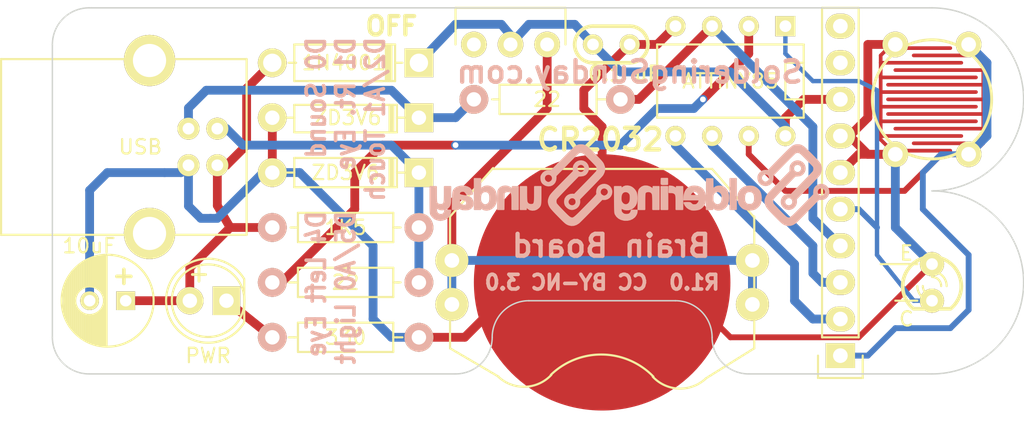
<source format=kicad_pcb>
(kicad_pcb (version 4) (host pcbnew "(2015-08-15 BZR 6092)-product")

  (general
    (links 40)
    (no_connects 0)
    (area 97.768999 70.92 177.900001 129.640001)
    (thickness 1.6)
    (drawings 30)
    (tracks 146)
    (zones 0)
    (modules 18)
    (nets 18)
  )

  (page USLetter)
  (layers
    (0 F.Cu signal)
    (31 B.Cu signal)
    (32 B.Adhes user)
    (33 F.Adhes user)
    (34 B.Paste user)
    (35 F.Paste user)
    (36 B.SilkS user)
    (37 F.SilkS user)
    (38 B.Mask user)
    (39 F.Mask user hide)
    (40 Dwgs.User user hide)
    (41 Cmts.User user)
    (42 Eco1.User user)
    (43 Eco2.User user hide)
    (44 Edge.Cuts user)
    (45 Margin user)
    (46 B.CrtYd user hide)
    (47 F.CrtYd user)
    (48 B.Fab user)
    (49 F.Fab user hide)
  )

  (setup
    (last_trace_width 0.25)
    (user_trace_width 0.3048)
    (user_trace_width 0.4064)
    (user_trace_width 0.6096)
    (trace_clearance 0.2)
    (zone_clearance 0.508)
    (zone_45_only no)
    (trace_min 0.2)
    (segment_width 0.2)
    (edge_width 0.1)
    (via_size 0.6)
    (via_drill 0.4)
    (via_min_size 0.4)
    (via_min_drill 0.3)
    (uvia_size 0.3)
    (uvia_drill 0.1)
    (uvias_allowed no)
    (uvia_min_size 0.2)
    (uvia_min_drill 0.1)
    (pcb_text_width 0.3)
    (pcb_text_size 1.5 1.5)
    (mod_edge_width 0.15)
    (mod_text_size 1 1)
    (mod_text_width 0.15)
    (pad_size 1.99898 1.99898)
    (pad_drill 1.00076)
    (pad_to_mask_clearance 0)
    (aux_axis_origin 0 0)
    (visible_elements 7FFFFFFF)
    (pcbplotparams
      (layerselection 0x010f0_80000001)
      (usegerberextensions true)
      (excludeedgelayer true)
      (linewidth 0.100000)
      (plotframeref false)
      (viasonmask false)
      (mode 1)
      (useauxorigin false)
      (hpglpennumber 1)
      (hpglpenspeed 20)
      (hpglpendiameter 15)
      (hpglpenoverlay 2)
      (psnegative false)
      (psa4output false)
      (plotreference true)
      (plotvalue true)
      (plotinvisibletext false)
      (padsonsilk false)
      (subtractmaskfromsilk false)
      (outputformat 1)
      (mirror false)
      (drillshape 0)
      (scaleselection 1)
      (outputdirectory gerbers/))
  )

  (net 0 "")
  (net 1 "Net-(BT1-Pad1)")
  (net 2 GND)
  (net 3 +BATT)
  (net 4 +5V)
  (net 5 "Net-(D1-Pad2)")
  (net 6 "Net-(D2-Pad2)")
  (net 7 "Net-(IC1-Pad1)")
  (net 8 "Net-(IC1-Pad2)")
  (net 9 "Net-(IC1-Pad3)")
  (net 10 "Net-(IC1-Pad5)")
  (net 11 "Net-(IC1-Pad6)")
  (net 12 "Net-(IC1-Pad7)")
  (net 13 "Net-(J1-Pad5)")
  (net 14 "Net-(J1-Pad6)")
  (net 15 "Net-(P1-Pad9)")
  (net 16 "Net-(P1-Pad10)")
  (net 17 "Net-(D3-Pad1)")

  (net_class Default "This is the default net class."
    (clearance 0.2)
    (trace_width 0.25)
    (via_dia 0.6)
    (via_drill 0.4)
    (uvia_dia 0.3)
    (uvia_drill 0.1)
    (add_net +5V)
    (add_net +BATT)
    (add_net GND)
    (add_net "Net-(BT1-Pad1)")
    (add_net "Net-(D1-Pad2)")
    (add_net "Net-(D2-Pad2)")
    (add_net "Net-(D3-Pad1)")
    (add_net "Net-(IC1-Pad1)")
    (add_net "Net-(IC1-Pad2)")
    (add_net "Net-(IC1-Pad3)")
    (add_net "Net-(IC1-Pad5)")
    (add_net "Net-(IC1-Pad6)")
    (add_net "Net-(IC1-Pad7)")
    (add_net "Net-(J1-Pad5)")
    (add_net "Net-(J1-Pad6)")
    (add_net "Net-(P1-Pad10)")
    (add_net "Net-(P1-Pad9)")
  )

  (module PHOTO_TRANS (layer F.Cu) (tedit 55F78EE6) (tstamp 55417469)
    (at 162.56 92.71 270)
    (descr "LED 3mm - Lead pitch 100mil (2,54mm)")
    (tags "LED led 3mm 3MM 100mil 2,54mm")
    (path /553F0F1B)
    (fp_text reference Q1 (at 2.54 0 360) (layer F.SilkS) hide
      (effects (font (size 0.762 0.762) (thickness 0.0889)))
    )
    (fp_text value LIGHT (at 0.35921 0.35921 360) (layer F.SilkS) hide
      (effects (font (size 0.508 0.508) (thickness 0.127)))
    )
    (fp_line (start 1.27 1.016) (end 1.27 2.54) (layer F.SilkS) (width 0.15))
    (fp_line (start -1.27 1.016) (end -1.27 3.556) (layer F.SilkS) (width 0.15))
    (fp_text user E (at -2.032 1.778 360) (layer F.SilkS)
      (effects (font (size 1 1) (thickness 0.15)))
    )
    (fp_text user C (at 2.54 1.778 360) (layer F.SilkS)
      (effects (font (size 1 1) (thickness 0.15)))
    )
    (fp_line (start 1.8288 1.27) (end 1.8288 -1.27) (layer F.SilkS) (width 0.254))
    (fp_arc (start 0.254 0) (end -0.381 0) (angle 90) (layer F.SilkS) (width 0.1524))
    (fp_arc (start 0.254 0) (end -0.762 0) (angle 90) (layer F.SilkS) (width 0.1524))
    (fp_arc (start 0.254 0) (end 0.889 0) (angle 90) (layer F.SilkS) (width 0.1524))
    (fp_arc (start 0.254 0) (end 1.27 0) (angle 90) (layer F.SilkS) (width 0.1524))
    (fp_arc (start 0.254 0) (end 0.254 -2.032) (angle 50.1) (layer F.SilkS) (width 0.254))
    (fp_arc (start 0.254 0) (end -1.5367 -0.95504) (angle 61.9) (layer F.SilkS) (width 0.254))
    (fp_arc (start 0.254 0) (end 1.8034 1.31064) (angle 49.7) (layer F.SilkS) (width 0.254))
    (fp_arc (start 0.254 0) (end 0.254 2.032) (angle 60.2) (layer F.SilkS) (width 0.254))
    (fp_arc (start 0.254 0) (end -1.778 0) (angle 28.3) (layer F.SilkS) (width 0.254))
    (fp_arc (start 0.254 0) (end -1.47574 1.06426) (angle 31.6) (layer F.SilkS) (width 0.254))
    (pad 1 thru_hole circle (at -1.27 0 270) (size 1.6764 1.6764) (drill 0.8128) (layers *.Cu *.Mask F.SilkS)
      (net 2 GND))
    (pad 3 thru_hole circle (at 1.27 0 315) (size 1.6764 1.6764) (drill 0.8128) (layers *.Cu *.Mask F.SilkS)
      (net 7 "Net-(IC1-Pad1)"))
    (model discret/leds/led3_vertical_verde.wrl
      (at (xyz 0 0 0))
      (scale (xyz 1 1 1))
      (rotate (xyz 0 0 0))
    )
  )

  (module Resistors_ThroughHole:Resistor_Horizontal_RM10mm (layer F.Cu) (tedit 55F78E4B) (tstamp 55417499)
    (at 121.92 96.52)
    (descr "Resistor, Axial,  RM 10mm, 1/3W,")
    (tags "Resistor, Axial, RM 10mm, 1/3W,")
    (path /553EFF3F)
    (fp_text reference R4 (at 0.24892 -3.50012) (layer F.SilkS) hide
      (effects (font (size 1 1) (thickness 0.15)))
    )
    (fp_text value 330 (at 0 0) (layer F.SilkS)
      (effects (font (size 1 1) (thickness 0.15)))
    )
    (fp_line (start 3.302 0) (end 3.556 0) (layer F.SilkS) (width 0.15))
    (fp_line (start -3.302 -1.016) (end -3.302 1.016) (layer F.SilkS) (width 0.15))
    (fp_line (start -3.302 1.016) (end 3.302 1.016) (layer F.SilkS) (width 0.15))
    (fp_line (start 3.302 1.016) (end 3.302 -1.016) (layer F.SilkS) (width 0.15))
    (fp_line (start 3.302 -1.016) (end -3.302 -1.016) (layer F.SilkS) (width 0.15))
    (fp_line (start 3.556 0) (end 3.937 0) (layer F.SilkS) (width 0.15))
    (fp_line (start -3.937 0) (end -3.556 0) (layer F.SilkS) (width 0.15))
    (fp_line (start -3.556 0) (end -3.429 0) (layer F.SilkS) (width 0.15))
    (pad 1 thru_hole circle (at -5.08 0) (size 1.99898 1.99898) (drill 1.00076) (layers *.Cu *.SilkS *.Mask)
      (net 17 "Net-(D3-Pad1)"))
    (pad 2 thru_hole circle (at 5.08 0) (size 1.99898 1.99898) (drill 1.00076) (layers *.Cu *.SilkS *.Mask)
      (net 2 GND))
    (model Resistors_ThroughHole.3dshapes/Resistor_Horizontal_RM10mm.wrl
      (at (xyz 0 0 0))
      (scale (xyz 0.4 0.4 0.4))
      (rotate (xyz 0 0 0))
    )
  )

  (module Resistors_ThroughHole:Resistor_Horizontal_RM10mm (layer F.Cu) (tedit 55F78E12) (tstamp 55417475)
    (at 121.92 92.71)
    (descr "Resistor, Axial,  RM 10mm, 1/3W,")
    (tags "Resistor, Axial, RM 10mm, 1/3W,")
    (path /553F03CB)
    (fp_text reference R1 (at 0.24892 -3.50012) (layer F.SilkS) hide
      (effects (font (size 1 1) (thickness 0.15)))
    )
    (fp_text value 22 (at 0 0) (layer F.SilkS)
      (effects (font (size 1 1) (thickness 0.15)))
    )
    (fp_line (start 3.302 0) (end 3.683 0) (layer F.SilkS) (width 0.15))
    (fp_line (start -3.556 0) (end -3.302 0) (layer F.SilkS) (width 0.15))
    (fp_line (start -3.302 -1.016) (end -3.302 1.016) (layer F.SilkS) (width 0.15))
    (fp_line (start -3.302 1.016) (end 3.302 1.016) (layer F.SilkS) (width 0.15))
    (fp_line (start 3.302 1.016) (end 3.302 -1.016) (layer F.SilkS) (width 0.15))
    (fp_line (start 3.302 -1.016) (end -3.302 -1.016) (layer F.SilkS) (width 0.15))
    (fp_line (start 3.556 0) (end 3.81 0) (layer F.SilkS) (width 0.15))
    (fp_line (start -3.937 0) (end -3.556 0) (layer F.SilkS) (width 0.15))
    (pad 1 thru_hole circle (at -5.08 0) (size 1.99898 1.99898) (drill 1.00076) (layers *.Cu *.SilkS *.Mask)
      (net 8 "Net-(IC1-Pad2)"))
    (pad 2 thru_hole circle (at 5.08 0) (size 1.99898 1.99898) (drill 1.00076) (layers *.Cu *.SilkS *.Mask)
      (net 5 "Net-(D1-Pad2)"))
    (model Resistors_ThroughHole.3dshapes/Resistor_Horizontal_RM10mm.wrl
      (at (xyz 0 0 0))
      (scale (xyz 0.4 0.4 0.4))
      (rotate (xyz 0 0 0))
    )
  )

  (module Resistors_ThroughHole:Resistor_Horizontal_RM10mm (layer F.Cu) (tedit 55F78DEC) (tstamp 5541748D)
    (at 121.92 88.9)
    (descr "Resistor, Axial,  RM 10mm, 1/3W,")
    (tags "Resistor, Axial, RM 10mm, 1/3W,")
    (path /553F0382)
    (fp_text reference R3 (at 0.24892 -3.50012) (layer F.SilkS) hide
      (effects (font (size 1 1) (thickness 0.15)))
    )
    (fp_text value 1K5 (at 0 0) (layer F.SilkS)
      (effects (font (size 1 1) (thickness 0.15)))
    )
    (fp_line (start 3.302 0) (end 3.556 0) (layer F.SilkS) (width 0.15))
    (fp_line (start -3.556 0) (end -3.302 0) (layer F.SilkS) (width 0.15))
    (fp_line (start -3.302 -1.016) (end -3.302 1.016) (layer F.SilkS) (width 0.15))
    (fp_line (start -3.302 1.016) (end 3.302 1.016) (layer F.SilkS) (width 0.15))
    (fp_line (start 3.302 1.016) (end 3.302 -1.016) (layer F.SilkS) (width 0.15))
    (fp_line (start 3.302 -1.016) (end -3.302 -1.016) (layer F.SilkS) (width 0.15))
    (fp_line (start 3.556 0) (end 3.81 0) (layer F.SilkS) (width 0.15))
    (fp_line (start -3.81 0) (end -3.556 0) (layer F.SilkS) (width 0.15))
    (pad 1 thru_hole circle (at -5.08 0) (size 1.99898 1.99898) (drill 1.00076) (layers *.Cu *.SilkS *.Mask)
      (net 4 +5V))
    (pad 2 thru_hole circle (at 5.08 0) (size 1.99898 1.99898) (drill 1.00076) (layers *.Cu *.SilkS *.Mask)
      (net 5 "Net-(D1-Pad2)"))
    (model Resistors_ThroughHole.3dshapes/Resistor_Horizontal_RM10mm.wrl
      (at (xyz 0 0 0))
      (scale (xyz 0.4 0.4 0.4))
      (rotate (xyz 0 0 0))
    )
  )

  (module Resistors_ThroughHole:Resistor_Horizontal_RM10mm (layer F.Cu) (tedit 55F78DBC) (tstamp 55417481)
    (at 135.89 80.01 180)
    (descr "Resistor, Axial,  RM 10mm, 1/3W,")
    (tags "Resistor, Axial, RM 10mm, 1/3W,")
    (path /553F03AA)
    (fp_text reference R2 (at 0.24892 -3.50012 180) (layer F.SilkS) hide
      (effects (font (size 1 1) (thickness 0.15)))
    )
    (fp_text value 22 (at 0 0 180) (layer F.SilkS)
      (effects (font (size 1 1) (thickness 0.15)))
    )
    (fp_line (start -3.429 -1.016) (end 3.302 -1.016) (layer F.SilkS) (width 0.15))
    (fp_line (start 3.302 -1.016) (end 3.302 1.016) (layer F.SilkS) (width 0.15))
    (fp_line (start 3.302 1.016) (end -3.429 1.016) (layer F.SilkS) (width 0.15))
    (fp_line (start -3.429 1.016) (end -3.429 -1.016) (layer F.SilkS) (width 0.15))
    (fp_line (start 3.302 0) (end 3.81 0) (layer F.SilkS) (width 0.15))
    (fp_line (start -4.064 0) (end -3.429 0) (layer F.SilkS) (width 0.15))
    (pad 1 thru_hole circle (at -5.08 0 180) (size 1.99898 1.99898) (drill 1.00076) (layers *.Cu *.SilkS *.Mask)
      (net 9 "Net-(IC1-Pad3)"))
    (pad 2 thru_hole circle (at 5.08 0 180) (size 1.99898 1.99898) (drill 1.00076) (layers *.Cu *.SilkS *.Mask)
      (net 6 "Net-(D2-Pad2)"))
    (model Resistors_ThroughHole.3dshapes/Resistor_Horizontal_RM10mm.wrl
      (at (xyz 0 0 0))
      (scale (xyz 0.4 0.4 0.4))
      (rotate (xyz 0 0 0))
    )
  )

  (module Diodes_ThroughHole:Diode_DO-41_SOD81_Horizontal_RM10 (layer F.Cu) (tedit 55F78D7F) (tstamp 5541741E)
    (at 127 77.47 180)
    (descr "Diode, DO-41, SOD81, Horizontal, RM 10mm,")
    (tags "Diode, DO-41, SOD81, Horizontal, RM 10mm, 1N4007, SB140,")
    (path /553EFF0C)
    (fp_text reference D4 (at 5.38734 2.53746 180) (layer F.SilkS) hide
      (effects (font (size 1 1) (thickness 0.15)))
    )
    (fp_text value 1N4001 (at 5.207 0 180) (layer F.SilkS)
      (effects (font (size 1 1) (thickness 0.15)))
    )
    (fp_line (start 1.143 0) (end 1.651 0) (layer F.SilkS) (width 0.15))
    (fp_line (start 1.905 -1.27) (end 1.905 1.27) (layer F.SilkS) (width 0.15))
    (fp_line (start 8.636 -1.27) (end 8.636 1.27) (layer F.SilkS) (width 0.15))
    (fp_line (start 8.636 1.27) (end 1.651 1.27) (layer F.SilkS) (width 0.15))
    (fp_line (start 1.651 1.27) (end 1.651 -1.27) (layer F.SilkS) (width 0.15))
    (fp_line (start 1.651 -1.27) (end 8.636 -1.27) (layer F.SilkS) (width 0.15))
    (fp_line (start 8.509 0) (end 9.017 0) (layer F.SilkS) (width 0.15))
    (fp_line (start 2.286 -1.27254) (end 2.286 1.26746) (layer F.SilkS) (width 0.15))
    (fp_line (start 2.032 -1.27254) (end 2.032 1.26746) (layer F.SilkS) (width 0.15))
    (fp_line (start 2.159 -1.27254) (end 2.159 1.26746) (layer F.SilkS) (width 0.15))
    (fp_line (start 2.54 -1.27254) (end 7.62 -1.27254) (layer F.SilkS) (width 0.15))
    (fp_line (start 7.62 1.26746) (end 2.54 1.26746) (layer F.SilkS) (width 0.15))
    (pad 2 thru_hole circle (at 10.16 -0.00254) (size 1.99898 1.99898) (drill 1.27) (layers *.Cu *.Mask F.SilkS)
      (net 4 +5V))
    (pad 1 thru_hole rect (at 0 -0.00254) (size 1.99898 1.99898) (drill 1.27) (layers *.Cu *.Mask F.SilkS)
      (net 3 +BATT))
  )

  (module Diodes_ThroughHole:Diode_DO-35_SOD27_Horizontal_RM10 (layer F.Cu) (tedit 55F78D5B) (tstamp 55F784BB)
    (at 127 85.09 180)
    (descr "Diode, DO-35,  SOD27, Horizontal, RM 10mm")
    (tags "Diode, DO-35, SOD27, Horizontal, RM 10mm, 1N4148,")
    (path /553F04E8)
    (fp_text reference D1 (at 5.43052 2.53746 180) (layer F.SilkS) hide
      (effects (font (size 1 1) (thickness 0.15)))
    )
    (fp_text value ZD3V6 (at 5.08 0 180) (layer F.SilkS)
      (effects (font (size 1 1) (thickness 0.15)))
    )
    (fp_line (start 1.8669 0.9144) (end 1.8669 -0.9525) (layer F.SilkS) (width 0.15))
    (fp_line (start 1.9431 0.9144) (end 1.9685 -0.9525) (layer F.SilkS) (width 0.15))
    (fp_line (start 1.524 -1.016) (end 8.636 -1.016) (layer F.SilkS) (width 0.15))
    (fp_line (start 8.636 0) (end 9.144 0) (layer F.SilkS) (width 0.15))
    (fp_line (start 1.016 0) (end 1.524 0) (layer F.SilkS) (width 0.15))
    (fp_line (start 1.778 -1.016) (end 1.778 0.889) (layer F.SilkS) (width 0.15))
    (fp_line (start 1.778 0.889) (end 2.032 0.889) (layer F.SilkS) (width 0.15))
    (fp_line (start 2.032 0.889) (end 2.032 -0.889) (layer F.SilkS) (width 0.15))
    (fp_line (start 2.032 -0.889) (end 1.778 -0.889) (layer F.SilkS) (width 0.15))
    (fp_line (start 1.524 -1.016) (end 1.524 1.016) (layer F.SilkS) (width 0.15))
    (fp_line (start 1.524 1.016) (end 8.636 1.016) (layer F.SilkS) (width 0.15))
    (fp_line (start 8.636 1.016) (end 8.636 -1.016) (layer F.SilkS) (width 0.15))
    (pad 1 thru_hole circle (at 10.16052 -0.00254) (size 1.99898 1.99898) (drill 1.00076) (layers *.Cu *.Mask F.SilkS)
      (net 2 GND))
    (pad 2 thru_hole rect (at 0.00052 -0.00254) (size 1.99898 1.99898) (drill 1.00076) (layers *.Cu *.Mask F.SilkS)
      (net 5 "Net-(D1-Pad2)"))
    (model Diodes_ThroughHole.3dshapes/Diode_DO-35_SOD27_Horizontal_RM10.wrl
      (at (xyz 0.2 0 0))
      (scale (xyz 0.4 0.4 0.4))
      (rotate (xyz 0 0 180))
    )
  )

  (module Diodes_ThroughHole:Diode_DO-35_SOD27_Horizontal_RM10 (layer F.Cu) (tedit 55F78D46) (tstamp 55F784C1)
    (at 127 81.28 180)
    (descr "Diode, DO-35,  SOD27, Horizontal, RM 10mm")
    (tags "Diode, DO-35, SOD27, Horizontal, RM 10mm, 1N4148,")
    (path /553F04BF)
    (fp_text reference D2 (at 5.43052 2.53746 180) (layer F.SilkS) hide
      (effects (font (size 1 1) (thickness 0.15)))
    )
    (fp_text value ZD3V6 (at 4.953 0 180) (layer F.SilkS)
      (effects (font (size 1 1) (thickness 0.15)))
    )
    (fp_line (start 1.9177 -0.9906) (end 1.8923 0.7874) (layer F.SilkS) (width 0.15))
    (fp_line (start 1.524 0) (end 0.889 0) (layer F.SilkS) (width 0.15))
    (fp_line (start 8.636 0) (end 9.144 0) (layer F.SilkS) (width 0.15))
    (fp_line (start 2.032 0.889) (end 2.032 -0.127) (layer F.SilkS) (width 0.15))
    (fp_line (start 2.032 -0.127) (end 2.032 -1.016) (layer F.SilkS) (width 0.15))
    (fp_line (start 1.778 0.889) (end 1.778 -1.016) (layer F.SilkS) (width 0.15))
    (fp_line (start 1.524 -1.016) (end 1.524 0.889) (layer F.SilkS) (width 0.15))
    (fp_line (start 1.524 0.889) (end 8.636 0.889) (layer F.SilkS) (width 0.15))
    (fp_line (start 8.636 0.889) (end 8.636 -1.016) (layer F.SilkS) (width 0.15))
    (fp_line (start 8.636 -1.016) (end 1.524 -1.016) (layer F.SilkS) (width 0.15))
    (pad 1 thru_hole circle (at 10.16052 -0.00254) (size 1.99898 1.99898) (drill 1.00076) (layers *.Cu *.Mask F.SilkS)
      (net 2 GND))
    (pad 2 thru_hole rect (at 0.00052 -0.00254) (size 1.99898 1.99898) (drill 1.00076) (layers *.Cu *.Mask F.SilkS)
      (net 6 "Net-(D2-Pad2)"))
    (model Diodes_ThroughHole.3dshapes/Diode_DO-35_SOD27_Horizontal_RM10.wrl
      (at (xyz 0.2 0 0))
      (scale (xyz 0.4 0.4 0.4))
      (rotate (xyz 0 0 180))
    )
  )

  (module myFootPrints:BATT_CR2032 (layer F.Cu) (tedit 0) (tstamp 55417384)
    (at 139.7 92.71)
    (tags battery)
    (path /553F9619)
    (fp_text reference BT1 (at 0 5.08) (layer F.SilkS) hide
      (effects (font (size 1.72974 1.08712) (thickness 0.27178)))
    )
    (fp_text value Battery (at 0 -2.54) (layer F.SilkS) hide
      (effects (font (size 1.524 1.016) (thickness 0.254)))
    )
    (fp_line (start -7.1755 6.5405) (end -10.541 4.572) (layer F.SilkS) (width 0.15))
    (fp_line (start 7.1755 6.6675) (end 10.541 4.572) (layer F.SilkS) (width 0.15))
    (fp_arc (start -5.4229 4.6355) (end -3.5179 6.4135) (angle 90) (layer F.SilkS) (width 0.15))
    (fp_arc (start 5.4102 4.7625) (end 7.1882 6.6675) (angle 90) (layer F.SilkS) (width 0.15))
    (fp_arc (start -0.0635 10.033) (end -3.556 6.4135) (angle 90) (layer F.SilkS) (width 0.15))
    (fp_line (start 7.62 -7.874) (end 10.541 -4.5085) (layer F.SilkS) (width 0.15))
    (fp_line (start -10.541 -4.572) (end -7.5565 -7.9375) (layer F.SilkS) (width 0.15))
    (fp_line (start -7.62 -7.874) (end 7.62 -7.874) (layer F.SilkS) (width 0.15))
    (fp_line (start -10.541 4.572) (end -10.541 -4.572) (layer F.SilkS) (width 0.15))
    (fp_line (start 10.541 4.572) (end 10.541 -4.572) (layer F.SilkS) (width 0.15))
    (fp_circle (center 0 0) (end -10.16 0) (layer Dwgs.User) (width 0.15))
    (pad 1 thru_hole circle (at -10.414 1.524) (size 2.286 2.286) (drill 1.016) (layers *.Cu *.Mask F.SilkS)
      (net 1 "Net-(BT1-Pad1)"))
    (pad 1 thru_hole circle (at 10.414 1.524) (size 2.286 2.286) (drill 1.016) (layers *.Cu *.Mask F.SilkS)
      (net 1 "Net-(BT1-Pad1)"))
    (pad 1 thru_hole circle (at -10.414 -1.524) (size 2.286 2.286) (drill 1.016) (layers *.Cu *.Mask F.SilkS)
      (net 1 "Net-(BT1-Pad1)"))
    (pad 1 thru_hole circle (at 10.414 -1.524) (size 2.286 2.286) (drill 1.016) (layers *.Cu *.Mask F.SilkS)
      (net 1 "Net-(BT1-Pad1)"))
    (pad 2 smd circle (at 0 0) (size 17.78 17.78) (layers F.Cu F.Paste F.Mask)
      (net 2 GND))
  )

  (module Capacitors_ThroughHole:C_Radial_D6.3_L11.2_P2.5 (layer F.Cu) (tedit 55F78A03) (tstamp 554173DE)
    (at 106.68 93.98 180)
    (descr "Radial Electrolytic Capacitor, Diameter 6.3mm x Length 11.2mm, Pitch 2.5mm")
    (tags "Electrolytic Capacitor")
    (path /553EFED0)
    (fp_text reference C2 (at 1.25 -4.4 180) (layer F.SilkS) hide
      (effects (font (size 1 1) (thickness 0.15)))
    )
    (fp_text value 10uF (at 2.54 3.81 180) (layer F.SilkS)
      (effects (font (size 1 1) (thickness 0.15)))
    )
    (fp_line (start 1.325 -3.149) (end 1.325 3.149) (layer F.SilkS) (width 0.15))
    (fp_line (start 1.465 -3.143) (end 1.465 3.143) (layer F.SilkS) (width 0.15))
    (fp_line (start 1.605 -3.13) (end 1.605 -0.446) (layer F.SilkS) (width 0.15))
    (fp_line (start 1.605 0.446) (end 1.605 3.13) (layer F.SilkS) (width 0.15))
    (fp_line (start 1.745 -3.111) (end 1.745 -0.656) (layer F.SilkS) (width 0.15))
    (fp_line (start 1.745 0.656) (end 1.745 3.111) (layer F.SilkS) (width 0.15))
    (fp_line (start 1.885 -3.085) (end 1.885 -0.789) (layer F.SilkS) (width 0.15))
    (fp_line (start 1.885 0.789) (end 1.885 3.085) (layer F.SilkS) (width 0.15))
    (fp_line (start 2.025 -3.053) (end 2.025 -0.88) (layer F.SilkS) (width 0.15))
    (fp_line (start 2.025 0.88) (end 2.025 3.053) (layer F.SilkS) (width 0.15))
    (fp_line (start 2.165 -3.014) (end 2.165 -0.942) (layer F.SilkS) (width 0.15))
    (fp_line (start 2.165 0.942) (end 2.165 3.014) (layer F.SilkS) (width 0.15))
    (fp_line (start 2.305 -2.968) (end 2.305 -0.981) (layer F.SilkS) (width 0.15))
    (fp_line (start 2.305 0.981) (end 2.305 2.968) (layer F.SilkS) (width 0.15))
    (fp_line (start 2.445 -2.915) (end 2.445 -0.998) (layer F.SilkS) (width 0.15))
    (fp_line (start 2.445 0.998) (end 2.445 2.915) (layer F.SilkS) (width 0.15))
    (fp_line (start 2.585 -2.853) (end 2.585 -0.996) (layer F.SilkS) (width 0.15))
    (fp_line (start 2.585 0.996) (end 2.585 2.853) (layer F.SilkS) (width 0.15))
    (fp_line (start 2.725 -2.783) (end 2.725 -0.974) (layer F.SilkS) (width 0.15))
    (fp_line (start 2.725 0.974) (end 2.725 2.783) (layer F.SilkS) (width 0.15))
    (fp_line (start 2.865 -2.704) (end 2.865 -0.931) (layer F.SilkS) (width 0.15))
    (fp_line (start 2.865 0.931) (end 2.865 2.704) (layer F.SilkS) (width 0.15))
    (fp_line (start 3.005 -2.616) (end 3.005 -0.863) (layer F.SilkS) (width 0.15))
    (fp_line (start 3.005 0.863) (end 3.005 2.616) (layer F.SilkS) (width 0.15))
    (fp_line (start 3.145 -2.516) (end 3.145 -0.764) (layer F.SilkS) (width 0.15))
    (fp_line (start 3.145 0.764) (end 3.145 2.516) (layer F.SilkS) (width 0.15))
    (fp_line (start 3.285 -2.404) (end 3.285 -0.619) (layer F.SilkS) (width 0.15))
    (fp_line (start 3.285 0.619) (end 3.285 2.404) (layer F.SilkS) (width 0.15))
    (fp_line (start 3.425 -2.279) (end 3.425 -0.38) (layer F.SilkS) (width 0.15))
    (fp_line (start 3.425 0.38) (end 3.425 2.279) (layer F.SilkS) (width 0.15))
    (fp_line (start 3.565 -2.136) (end 3.565 2.136) (layer F.SilkS) (width 0.15))
    (fp_line (start 3.705 -1.974) (end 3.705 1.974) (layer F.SilkS) (width 0.15))
    (fp_line (start 3.845 -1.786) (end 3.845 1.786) (layer F.SilkS) (width 0.15))
    (fp_line (start 3.985 -1.563) (end 3.985 1.563) (layer F.SilkS) (width 0.15))
    (fp_line (start 4.125 -1.287) (end 4.125 1.287) (layer F.SilkS) (width 0.15))
    (fp_line (start 4.265 -0.912) (end 4.265 0.912) (layer F.SilkS) (width 0.15))
    (fp_circle (center 2.5 0) (end 2.5 -1) (layer F.SilkS) (width 0.15))
    (fp_circle (center 1.25 0) (end 1.25 -3.1875) (layer F.SilkS) (width 0.15))
    (fp_circle (center 1.25 0) (end 1.25 -3.4) (layer F.CrtYd) (width 0.05))
    (pad 2 thru_hole circle (at 2.5 0 180) (size 1.3 1.3) (drill 0.8) (layers *.Cu *.Mask F.SilkS)
      (net 2 GND))
    (pad 1 thru_hole rect (at 0 0 180) (size 1.3 1.3) (drill 0.8) (layers *.Cu *.Mask F.SilkS)
      (net 4 +5V))
    (model Capacitors_ThroughHole.3dshapes/C_Radial_D6.3_L11.2_P2.5.wrl
      (at (xyz 0 0 0))
      (scale (xyz 1 1 1))
      (rotate (xyz 0 0 0))
    )
  )

  (module Housings_DIP:DIP-8__300 (layer F.Cu) (tedit 554199E2) (tstamp 55417431)
    (at 148.59 78.74 180)
    (descr "8 pins DIL package, round pads")
    (tags DIL)
    (path /553EFD0A)
    (fp_text reference IC1 (at -6.35 0 270) (layer F.SilkS) hide
      (effects (font (size 1 1) (thickness 0.15)))
    )
    (fp_text value ATTINY85 (at 0 0 180) (layer F.SilkS)
      (effects (font (size 1 1) (thickness 0.15)))
    )
    (fp_line (start -5.08 -1.27) (end -3.81 -1.27) (layer F.SilkS) (width 0.15))
    (fp_line (start -3.81 -1.27) (end -3.81 1.27) (layer F.SilkS) (width 0.15))
    (fp_line (start -3.81 1.27) (end -5.08 1.27) (layer F.SilkS) (width 0.15))
    (fp_line (start -5.08 -2.54) (end 5.08 -2.54) (layer F.SilkS) (width 0.15))
    (fp_line (start 5.08 -2.54) (end 5.08 2.54) (layer F.SilkS) (width 0.15))
    (fp_line (start 5.08 2.54) (end -5.08 2.54) (layer F.SilkS) (width 0.15))
    (fp_line (start -5.08 2.54) (end -5.08 -2.54) (layer F.SilkS) (width 0.15))
    (pad 1 thru_hole rect (at -3.81 3.81 180) (size 1.397 1.397) (drill 0.8128) (layers *.Cu *.Mask F.SilkS)
      (net 7 "Net-(IC1-Pad1)"))
    (pad 2 thru_hole circle (at -1.27 3.81 180) (size 1.397 1.397) (drill 0.8128) (layers *.Cu *.Mask F.SilkS)
      (net 8 "Net-(IC1-Pad2)"))
    (pad 3 thru_hole circle (at 1.27 3.81 180) (size 1.397 1.397) (drill 0.8128) (layers *.Cu *.Mask F.SilkS)
      (net 9 "Net-(IC1-Pad3)"))
    (pad 4 thru_hole circle (at 3.81 3.81 180) (size 1.397 1.397) (drill 0.8128) (layers *.Cu *.Mask F.SilkS)
      (net 2 GND))
    (pad 5 thru_hole circle (at 3.81 -3.81 180) (size 1.397 1.397) (drill 0.8128) (layers *.Cu *.Mask F.SilkS)
      (net 10 "Net-(IC1-Pad5)"))
    (pad 6 thru_hole circle (at 1.27 -3.81 180) (size 1.397 1.397) (drill 0.8128) (layers *.Cu *.Mask F.SilkS)
      (net 11 "Net-(IC1-Pad6)"))
    (pad 7 thru_hole circle (at -1.27 -3.81 180) (size 1.397 1.397) (drill 0.8128) (layers *.Cu *.Mask F.SilkS)
      (net 12 "Net-(IC1-Pad7)"))
    (pad 8 thru_hole circle (at -3.81 -3.81 180) (size 1.397 1.397) (drill 0.8128) (layers *.Cu *.Mask F.SilkS)
      (net 3 +BATT))
    (model Sockets_DIP.3dshapes/DIP-8__300.wrl
      (at (xyz 0 0 0))
      (scale (xyz 1 1 1))
      (rotate (xyz 0 0 0))
    )
  )

  (module Connect:USB_B (layer F.Cu) (tedit 55419A34) (tstamp 5541743F)
    (at 108.331 83.312 270)
    (tags USB)
    (path /553EFD45)
    (fp_text reference J1 (at 0 6.35 270) (layer F.SilkS) hide
      (effects (font (size 1 1) (thickness 0.15)))
    )
    (fp_text value USB (at 0 0.635 360) (layer F.SilkS)
      (effects (font (size 1 1) (thickness 0.15)))
    )
    (fp_line (start -6.096 10.287) (end 6.096 10.287) (layer F.SilkS) (width 0.15))
    (fp_line (start 6.096 10.287) (end 6.096 -6.731) (layer F.SilkS) (width 0.15))
    (fp_line (start 6.096 -6.731) (end -6.096 -6.731) (layer F.SilkS) (width 0.15))
    (fp_line (start -6.096 -6.731) (end -6.096 10.287) (layer F.SilkS) (width 0.15))
    (pad 1 thru_hole circle (at 1.27 -4.699 270) (size 1.524 1.524) (drill 0.8128) (layers *.Cu *.Mask F.SilkS)
      (net 4 +5V))
    (pad 2 thru_hole circle (at -1.27 -4.699 270) (size 1.524 1.524) (drill 0.8128) (layers *.Cu *.Mask F.SilkS)
      (net 5 "Net-(D1-Pad2)"))
    (pad 3 thru_hole circle (at -1.27 -2.70002 270) (size 1.524 1.524) (drill 0.8128) (layers *.Cu *.Mask F.SilkS)
      (net 6 "Net-(D2-Pad2)"))
    (pad 4 thru_hole circle (at 1.27 -2.70002 270) (size 1.524 1.524) (drill 0.8128) (layers *.Cu *.Mask F.SilkS)
      (net 2 GND))
    (pad 5 thru_hole circle (at 5.99948 0 270) (size 3.556 3.556) (drill 2.30124) (layers *.Cu *.Mask F.SilkS)
      (net 13 "Net-(J1-Pad5)"))
    (pad 6 thru_hole circle (at -5.99948 0 270) (size 3.556 3.556) (drill 2.30124) (layers *.Cu *.Mask F.SilkS)
      (net 14 "Net-(J1-Pad6)"))
    (model Connect.3dshapes/USB_B.wrl
      (at (xyz 0 0 0.001))
      (scale (xyz 0.3937 0.3937 0.3937))
      (rotate (xyz 0 0 0))
    )
  )

  (module Pin_Headers:Pin_Header_Straight_1x10 (layer F.Cu) (tedit 554193FF) (tstamp 55417458)
    (at 156.21 97.79 180)
    (descr "Through hole pin header")
    (tags "pin header")
    (path /553F4A67)
    (fp_text reference P1 (at -6.35 1.27 180) (layer F.SilkS) hide
      (effects (font (size 1 1) (thickness 0.15)))
    )
    (fp_text value CONN_01X10 (at 0 -3.1 180) (layer F.Fab) hide
      (effects (font (size 1 1) (thickness 0.15)))
    )
    (fp_line (start -1.75 -1.75) (end -1.75 24.65) (layer F.CrtYd) (width 0.05))
    (fp_line (start 1.75 -1.75) (end 1.75 24.65) (layer F.CrtYd) (width 0.05))
    (fp_line (start -1.75 -1.75) (end 1.75 -1.75) (layer F.CrtYd) (width 0.05))
    (fp_line (start -1.75 24.65) (end 1.75 24.65) (layer F.CrtYd) (width 0.05))
    (fp_line (start 1.27 1.27) (end 1.27 24.13) (layer F.SilkS) (width 0.15))
    (fp_line (start 1.27 24.13) (end -1.27 24.13) (layer F.SilkS) (width 0.15))
    (fp_line (start -1.27 24.13) (end -1.27 1.27) (layer F.SilkS) (width 0.15))
    (fp_line (start 1.55 -1.55) (end 1.55 0) (layer F.SilkS) (width 0.15))
    (fp_line (start 1.27 1.27) (end -1.27 1.27) (layer F.SilkS) (width 0.15))
    (fp_line (start -1.55 0) (end -1.55 -1.55) (layer F.SilkS) (width 0.15))
    (fp_line (start -1.55 -1.55) (end 1.55 -1.55) (layer F.SilkS) (width 0.15))
    (pad 1 thru_hole rect (at 0 0 180) (size 2.032 1.7272) (drill 1.016) (layers *.Cu *.Mask F.SilkS)
      (net 12 "Net-(IC1-Pad7)"))
    (pad 2 thru_hole oval (at 0 2.54 180) (size 2.032 1.7272) (drill 1.016) (layers *.Cu *.Mask F.SilkS)
      (net 10 "Net-(IC1-Pad5)"))
    (pad 3 thru_hole oval (at 0 5.08 180) (size 2.032 1.7272) (drill 1.016) (layers *.Cu *.Mask F.SilkS)
      (net 11 "Net-(IC1-Pad6)"))
    (pad 4 thru_hole oval (at 0 7.62 180) (size 2.032 1.7272) (drill 1.016) (layers *.Cu *.Mask F.SilkS)
      (net 9 "Net-(IC1-Pad3)"))
    (pad 5 thru_hole oval (at 0 10.16 180) (size 2.032 1.7272) (drill 1.016) (layers *.Cu *.Mask F.SilkS)
      (net 7 "Net-(IC1-Pad1)"))
    (pad 6 thru_hole oval (at 0 12.7 180) (size 2.032 1.7272) (drill 1.016) (layers *.Cu *.Mask F.SilkS)
      (net 2 GND))
    (pad 7 thru_hole oval (at 0 15.24 180) (size 2.032 1.7272) (drill 1.016) (layers *.Cu *.Mask F.SilkS)
      (net 2 GND))
    (pad 8 thru_hole oval (at 0 17.78 180) (size 2.032 1.7272) (drill 1.016) (layers *.Cu *.Mask F.SilkS)
      (net 3 +BATT))
    (pad 9 thru_hole oval (at 0 20.32 180) (size 2.032 1.7272) (drill 1.016) (layers *.Cu *.Mask F.SilkS)
      (net 15 "Net-(P1-Pad9)"))
    (pad 10 thru_hole oval (at 0 22.86 180) (size 2.032 1.7272) (drill 1.016) (layers *.Cu *.Mask F.SilkS)
      (net 16 "Net-(P1-Pad10)"))
    (model Pin_Headers.3dshapes/Pin_Header_Straight_1x10.wrl
      (at (xyz 0 -0.45 0))
      (scale (xyz 1 1 1))
      (rotate (xyz 0 0 90))
    )
  )

  (module myFootPrints:SW_SPST (layer F.Cu) (tedit 5541A98E) (tstamp 554174A3)
    (at 133.35 76.2 270)
    (descr "Switch inverseur")
    (tags "SWITCH DEV")
    (path /553F9580)
    (fp_text reference SW1 (at -1.651 2.032 360) (layer F.SilkS) hide
      (effects (font (size 1.016 1.016) (thickness 0.2032)))
    )
    (fp_text value SPST (at -3.81 -0.635 360) (layer F.SilkS) hide
      (effects (font (size 1.27 1.27) (thickness 0.254)))
    )
    (fp_line (start 0 3.81) (end -2.54 3.81) (layer F.SilkS) (width 0.15))
    (fp_line (start -2.54 3.81) (end -2.54 -3.81) (layer F.SilkS) (width 0.15))
    (fp_line (start -2.54 -3.81) (end 0 -3.81) (layer F.SilkS) (width 0.15))
    (pad 2 thru_hole circle (at 0 0 270) (size 1.778 1.778) (drill 0.9652) (layers *.Cu *.Mask F.SilkS)
      (net 3 +BATT))
    (pad 1 thru_hole circle (at 0 -2.54 270) (size 1.778 1.778) (drill 0.9652) (layers *.Cu *.Mask F.SilkS)
      (net 1 "Net-(BT1-Pad1)"))
    (pad 3 thru_hole circle (at 0 2.54 270) (size 1.778 1.778) (drill 0.9652) (layers *.Cu *.Mask F.SilkS))
  )

  (module myFootPrints:SW_PUSH_TOUCH (layer F.Cu) (tedit 5541919D) (tstamp 554174C3)
    (at 162.56 80.01 270)
    (path /553F2A7C)
    (fp_text reference TOUCH1 (at -2.286 -4.318 270) (layer F.SilkS) hide
      (effects (font (size 1.016 1.016) (thickness 0.2032)))
    )
    (fp_text value SW_PUSH (at 1.27 -5.08 270) (layer F.SilkS) hide
      (effects (font (size 1.016 1.016) (thickness 0.254)))
    )
    (fp_circle (center 0 0) (end -4.064 -0.762) (layer F.SilkS) (width 0.2032))
    (fp_line (start 3.556 2.032) (end 3.556 -1.27) (layer F.Cu) (width 0.254))
    (fp_line (start -3.556 2.032) (end -3.556 -1.27) (layer F.Cu) (width 0.254))
    (fp_line (start 3.556 2.032) (end 3.556 -0.508) (layer F.Cu) (width 0.254))
    (fp_line (start 3.048 -2.286) (end 3.048 1.27) (layer F.Cu) (width 0.254))
    (fp_line (start -3.048 -2.54) (end -3.048 1.27) (layer F.Cu) (width 0.254))
    (fp_line (start -2.54 3.556) (end -2.54 -2.032) (layer F.Cu) (width 0.254))
    (fp_line (start 2.54 3.556) (end 2.54 -2.032) (layer F.Cu) (width 0.254))
    (fp_line (start -2.032 -3.556) (end -2.032 2.54) (layer F.Cu) (width 0.254))
    (fp_line (start 2.032 -3.556) (end 2.032 2.54) (layer F.Cu) (width 0.254))
    (fp_line (start -1.524 3.556) (end -1.524 -3.048) (layer F.Cu) (width 0.254))
    (fp_line (start 1.524 3.556) (end 1.524 -3.048) (layer F.Cu) (width 0.254))
    (fp_line (start 1.016 -3.556) (end 1.016 3.048) (layer F.Cu) (width 0.254))
    (fp_line (start -1.016 -3.556) (end -1.016 3.048) (layer F.Cu) (width 0.254))
    (fp_line (start -0.508 3.556) (end -0.508 -3.048) (layer F.Cu) (width 0.254))
    (fp_line (start 0.508 3.556) (end 0.508 -3.048) (layer F.Cu) (width 0.254))
    (fp_line (start 0 -3.556) (end 0 3.048) (layer F.Cu) (width 0.254))
    (fp_line (start -3.302 -3.048) (end -2.794 -3.556) (layer F.Cu) (width 0.254))
    (fp_line (start -2.794 -3.556) (end 3.048 -3.556) (layer F.Cu) (width 0.254))
    (fp_line (start 3.048 -3.556) (end 3.556 -3.048) (layer F.Cu) (width 0.254))
    (fp_line (start -3.556 3.048) (end -3.048 3.556) (layer F.Cu) (width 0.254))
    (fp_line (start -3.048 3.556) (end 2.794 3.556) (layer F.Cu) (width 0.254))
    (fp_line (start 2.794 3.556) (end 3.302 3.048) (layer F.Cu) (width 0.254))
    (pad 1 thru_hole circle (at 3.81 -2.54 270) (size 1.778 1.778) (drill 1.016) (layers *.Cu *.Mask F.SilkS)
      (net 12 "Net-(IC1-Pad7)"))
    (pad 2 thru_hole circle (at 3.81 2.54 270) (size 1.778 1.778) (drill 1.016) (layers *.Cu *.Mask F.SilkS)
      (net 2 GND))
    (pad 1 thru_hole circle (at -3.81 -2.54 270) (size 1.778 1.778) (drill 1.016) (layers *.Cu *.Mask F.SilkS)
      (net 12 "Net-(IC1-Pad7)"))
    (pad 2 thru_hole circle (at -3.81 2.54 270) (size 1.778 1.778) (drill 1.016) (layers *.Cu *.Mask F.SilkS)
      (net 2 GND))
    (pad 3 smd circle (at 0 0 270) (size 7.62 7.62) (layers F.Paste F.Mask))
  )

  (module myFootPrints:C1 (layer F.Cu) (tedit 55419B62) (tstamp 55417B01)
    (at 140.335 76.2 180)
    (descr "Condensateur e = 1 pas")
    (tags C)
    (path /553FDF53)
    (fp_text reference C1 (at -1.905 -1.905 180) (layer F.SilkS) hide
      (effects (font (size 1.016 1.016) (thickness 0.254)))
    )
    (fp_text value "0.1 uF" (at -0.889 -2.032 180) (layer F.SilkS)
      (effects (font (size 1.016 1.016) (thickness 0.1778)))
    )
    (fp_line (start -1.27 -1.27) (end 1.27 -1.27) (layer F.SilkS) (width 0.254))
    (fp_line (start -1.27 1.27) (end 1.27 1.27) (layer F.SilkS) (width 0.254))
    (fp_arc (start -1.27 0) (end -1.27 1.27) (angle 90) (layer F.SilkS) (width 0.254))
    (fp_arc (start -1.27 0) (end -2.54 0) (angle 90) (layer F.SilkS) (width 0.254))
    (fp_arc (start 1.27 0) (end 2.54 0) (angle 90) (layer F.SilkS) (width 0.254))
    (fp_arc (start 1.27 0) (end 1.27 -1.27) (angle 90) (layer F.SilkS) (width 0.254))
    (pad 1 thru_hole circle (at -1.27 0 180) (size 1.397 1.397) (drill 0.8128) (layers *.Cu *.Mask F.SilkS)
      (net 2 GND))
    (pad 2 thru_hole circle (at 1.27 0 180) (size 1.397 1.397) (drill 0.8128) (layers *.Cu *.Mask F.SilkS)
      (net 3 +BATT))
    (model discret/capa_1_pas.wrl
      (at (xyz 0 0 0))
      (scale (xyz 1 1 1))
      (rotate (xyz 0 0 0))
    )
  )

  (module myFootPrints:SolderingSundayLogo (layer F.Cu) (tedit 0) (tstamp 55419687)
    (at 141.605 85.979)
    (fp_text reference G*** (at 0 0) (layer B.SilkS) hide
      (effects (font (thickness 0.3)))
    )
    (fp_text value SS (at 0.75 0) (layer B.SilkS) hide
      (effects (font (thickness 0.3)))
    )
    (fp_poly (pts (xy -1.246284 0.45489) (xy -1.26825 0.599808) (xy -1.328364 0.728878) (xy -1.420027 0.83588)
      (xy -1.463991 0.865554) (xy -1.463991 0.499054) (xy -1.46586 0.394844) (xy -1.506205 0.300373)
      (xy -1.577375 0.224325) (xy -1.671719 0.175386) (xy -1.761291 0.161576) (xy -1.86956 0.180404)
      (xy -1.954833 0.231293) (xy -2.015172 0.305505) (xy -2.048638 0.394304) (xy -2.053291 0.48895)
      (xy -2.027192 0.580707) (xy -1.968402 0.660836) (xy -1.884438 0.716474) (xy -1.822283 0.744463)
      (xy -1.783498 0.756857) (xy -1.748786 0.755634) (xy -1.698854 0.742769) (xy -1.679821 0.737435)
      (xy -1.587751 0.690115) (xy -1.51266 0.611176) (xy -1.467538 0.514963) (xy -1.463991 0.499054)
      (xy -1.463991 0.865554) (xy -1.536638 0.91459) (xy -1.671598 0.958788) (xy -1.787543 0.965167)
      (xy -1.909903 0.957403) (xy -2.682891 1.749154) (xy -2.840344 1.910005) (xy -2.990252 2.062339)
      (xy -3.129085 2.202624) (xy -3.253316 2.327334) (xy -3.359415 2.432939) (xy -3.443855 2.515911)
      (xy -3.503108 2.572722) (xy -3.533162 2.599481) (xy -3.699163 2.701748) (xy -3.866638 2.757923)
      (xy -4.035837 2.768039) (xy -4.207006 2.732128) (xy -4.291008 2.698052) (xy -4.338603 2.673808)
      (xy -4.386133 2.64446) (xy -4.438175 2.605947) (xy -4.499304 2.554208) (xy -4.574096 2.485184)
      (xy -4.667126 2.394814) (xy -4.782971 2.279038) (xy -4.921463 2.138624) (xy -5.08335 1.972785)
      (xy -5.215487 1.834551) (xy -5.321348 1.719511) (xy -5.404408 1.623254) (xy -5.46814 1.541368)
      (xy -5.516019 1.469441) (xy -5.551519 1.403063) (xy -5.578113 1.337821) (xy -5.595549 1.282646)
      (xy -5.620689 1.151617) (xy -5.616161 1.026025) (xy -5.580342 0.89228) (xy -5.536371 0.787792)
      (xy -5.51936 0.753404) (xy -5.499469 0.718476) (xy -5.474292 0.680396) (xy -5.441425 0.636557)
      (xy -5.398462 0.584349) (xy -5.342998 0.521163) (xy -5.272629 0.444388) (xy -5.18495 0.351417)
      (xy -5.077555 0.239639) (xy -4.948039 0.106446) (xy -4.793999 -0.050772) (xy -4.613027 -0.234624)
      (xy -4.402721 -0.44772) (xy -4.326304 -0.525074) (xy -3.887285 -0.969404) (xy -3.887285 -1.147963)
      (xy -3.884845 -1.247503) (xy -3.874884 -1.318705) (xy -3.853444 -1.379233) (xy -3.822567 -1.43662)
      (xy -3.731001 -1.552199) (xy -3.617903 -1.632968) (xy -3.490978 -1.679236) (xy -3.357933 -1.691315)
      (xy -3.226474 -1.669515) (xy -3.104306 -1.614147) (xy -2.999137 -1.525521) (xy -2.918673 -1.403947)
      (xy -2.916874 -1.400123) (xy -2.869233 -1.256968) (xy -2.865408 -1.120775) (xy -2.905542 -0.983622)
      (xy -2.925115 -0.943128) (xy -3.001922 -0.825485) (xy -3.083096 -0.754078) (xy -3.083096 -1.172782)
      (xy -3.101913 -1.276407) (xy -3.161536 -1.373047) (xy -3.180931 -1.393125) (xy -3.271764 -1.452766)
      (xy -3.370217 -1.473274) (xy -3.467356 -1.458581) (xy -3.554247 -1.412622) (xy -3.621958 -1.339331)
      (xy -3.661555 -1.242642) (xy -3.66812 -1.178589) (xy -3.652859 -1.069789) (xy -3.603118 -0.985714)
      (xy -3.521241 -0.920907) (xy -3.417177 -0.88149) (xy -3.31173 -0.887489) (xy -3.257429 -0.9089)
      (xy -3.162258 -0.98014) (xy -3.103678 -1.071064) (xy -3.083096 -1.172782) (xy -3.083096 -0.754078)
      (xy -3.094201 -0.744309) (xy -3.210408 -0.694385) (xy -3.359004 -0.6705) (xy -3.368465 -0.669826)
      (xy -3.551575 -0.657493) (xy -4.299927 0.106825) (xy -4.453837 0.264726) (xy -4.598654 0.41466)
      (xy -4.730969 0.553) (xy -4.847373 0.676119) (xy -4.944457 0.780389) (xy -5.018811 0.862184)
      (xy -5.067027 0.917876) (xy -5.084903 0.941964) (xy -5.114961 1.03934) (xy -5.11809 1.14865)
      (xy -5.094669 1.248889) (xy -5.078795 1.280382) (xy -5.051388 1.315465) (xy -4.996433 1.378132)
      (xy -4.918791 1.463122) (xy -4.82332 1.565174) (xy -4.714882 1.67903) (xy -4.616763 1.78052)
      (xy -4.478989 1.920952) (xy -4.368238 2.031066) (xy -4.280376 2.114581) (xy -4.211274 2.175215)
      (xy -4.156801 2.216685) (xy -4.112825 2.242709) (xy -4.094194 2.25082) (xy -4.050784 2.266395)
      (xy -4.010923 2.276241) (xy -3.971523 2.277992) (xy -3.929494 2.269281) (xy -3.881746 2.247743)
      (xy -3.82519 2.211011) (xy -3.756735 2.156718) (xy -3.673292 2.082498) (xy -3.571771 1.985985)
      (xy -3.449082 1.864812) (xy -3.302137 1.716613) (xy -3.127844 1.539021) (xy -3.017372 1.426083)
      (xy -2.834273 1.238383) (xy -2.681451 1.080673) (xy -2.556538 0.950338) (xy -2.457164 0.844764)
      (xy -2.380959 0.761336) (xy -2.325554 0.69744) (xy -2.288578 0.650461) (xy -2.267664 0.617786)
      (xy -2.260441 0.596799) (xy -2.260796 0.591332) (xy -2.273217 0.455832) (xy -2.25282 0.317206)
      (xy -2.203538 0.189697) (xy -2.129307 0.08755) (xy -2.118912 0.077676) (xy -1.995967 -0.006981)
      (xy -1.863836 -0.051886) (xy -1.729267 -0.059955) (xy -1.599004 -0.034106) (xy -1.479795 0.022746)
      (xy -1.378385 0.107684) (xy -1.301522 0.217793) (xy -1.25595 0.350156) (xy -1.246284 0.45489)
      (xy -1.246284 0.45489)) (layer B.SilkS) (width 0.1))
    (fp_poly (pts (xy 13.795822 0.458024) (xy 13.773915 0.598437) (xy 13.712681 0.729672) (xy 13.618846 0.839755)
      (xy 13.577607 0.870495) (xy 13.577607 0.499054) (xy 13.575739 0.394844) (xy 13.535394 0.300373)
      (xy 13.464224 0.224325) (xy 13.36988 0.175386) (xy 13.280308 0.161576) (xy 13.172039 0.180404)
      (xy 13.086766 0.231293) (xy 13.026426 0.305505) (xy 12.992961 0.394304) (xy 12.988308 0.48895)
      (xy 13.014407 0.580707) (xy 13.073197 0.660836) (xy 13.157161 0.716474) (xy 13.219315 0.744463)
      (xy 13.258101 0.756857) (xy 13.292812 0.755634) (xy 13.342744 0.742769) (xy 13.361778 0.737435)
      (xy 13.453848 0.690115) (xy 13.528939 0.611176) (xy 13.574061 0.514963) (xy 13.577607 0.499054)
      (xy 13.577607 0.870495) (xy 13.554343 0.887837) (xy 13.485765 0.926086) (xy 13.423635 0.947406)
      (xy 13.348782 0.956639) (xy 13.27446 0.958534) (xy 13.10713 0.959664) (xy 12.335931 1.749516)
      (xy 12.178612 1.91021) (xy 12.028798 2.062414) (xy 11.890031 2.202588) (xy 11.765848 2.327196)
      (xy 11.659791 2.432699) (xy 11.575397 2.515558) (xy 11.516206 2.572237) (xy 11.486408 2.598713)
      (xy 11.31987 2.701369) (xy 11.152116 2.758039) (xy 10.983485 2.768679) (xy 10.814315 2.733245)
      (xy 10.725437 2.696202) (xy 10.675639 2.669453) (xy 10.624134 2.635749) (xy 10.566215 2.590922)
      (xy 10.497179 2.530806) (xy 10.41232 2.451234) (xy 10.306933 2.34804) (xy 10.176314 2.217056)
      (xy 10.11977 2.159826) (xy 9.954301 1.991048) (xy 9.818721 1.85003) (xy 9.709673 1.732541)
      (xy 9.623796 1.634352) (xy 9.557731 1.551231) (xy 9.508119 1.47895) (xy 9.471602 1.413276)
      (xy 9.444819 1.34998) (xy 9.424412 1.284832) (xy 9.424128 1.283785) (xy 9.398865 1.154664)
      (xy 9.399996 1.03679) (xy 9.429332 0.91486) (xy 9.483219 0.78504) (xy 9.500058 0.751351)
      (xy 9.51979 0.717022) (xy 9.544803 0.679466) (xy 9.577489 0.636096) (xy 9.620236 0.584323)
      (xy 9.675434 0.521562) (xy 9.745472 0.445223) (xy 9.832741 0.35272) (xy 9.939628 0.241465)
      (xy 10.068525 0.108871) (xy 10.22182 -0.047649) (xy 10.401904 -0.230683) (xy 10.611165 -0.442819)
      (xy 10.703785 -0.536615) (xy 11.131244 -0.969416) (xy 11.131244 -1.147968) (xy 11.133684 -1.247508)
      (xy 11.143645 -1.31871) (xy 11.165088 -1.37924) (xy 11.195962 -1.43662) (xy 11.289454 -1.553873)
      (xy 11.406808 -1.636322) (xy 11.539867 -1.682384) (xy 11.680474 -1.690475) (xy 11.820469 -1.659012)
      (xy 11.951697 -1.586412) (xy 11.954954 -1.583934) (xy 12.060023 -1.476048) (xy 12.126202 -1.343349)
      (xy 12.152609 -1.200851) (xy 12.140067 -1.059548) (xy 12.087476 -0.924812) (xy 12.000625 -0.808462)
      (xy 11.938079 -0.755774) (xy 11.938079 -1.160615) (xy 11.924246 -1.261101) (xy 11.919257 -1.27377)
      (xy 11.855006 -1.375034) (xy 11.769051 -1.441046) (xy 11.670205 -1.470568) (xy 11.56728 -1.462361)
      (xy 11.469089 -1.415188) (xy 11.398585 -1.346941) (xy 11.363216 -1.271454) (xy 11.350196 -1.176455)
      (xy 11.360205 -1.082489) (xy 11.387706 -1.018234) (xy 11.464007 -0.941416) (xy 11.55825 -0.893803)
      (xy 11.657693 -0.879463) (xy 11.749594 -0.902463) (xy 11.749881 -0.90261) (xy 11.846943 -0.972707)
      (xy 11.910993 -1.061596) (xy 11.938079 -1.160615) (xy 11.938079 -0.755774) (xy 11.932073 -0.750714)
      (xy 11.871101 -0.713443) (xy 11.80975 -0.690384) (xy 11.731449 -0.676777) (xy 11.650313 -0.669826)
      (xy 11.467452 -0.657493) (xy 10.717588 0.109266) (xy 10.563637 0.267367) (xy 10.418814 0.417402)
      (xy 10.286514 0.55576) (xy 10.170131 0.678834) (xy 10.073059 0.783012) (xy 9.998692 0.864685)
      (xy 9.950424 0.920243) (xy 9.932363 0.944405) (xy 9.903064 1.040494) (xy 9.900487 1.148945)
      (xy 9.924127 1.248506) (xy 9.940373 1.280382) (xy 9.967949 1.315501) (xy 10.023021 1.378235)
      (xy 10.100722 1.46331) (xy 10.196186 1.565456) (xy 10.304544 1.6794) (xy 10.40194 1.780342)
      (xy 10.539099 1.920474) (xy 10.649291 2.030311) (xy 10.736684 2.113609) (xy 10.805446 2.174124)
      (xy 10.859745 2.215612) (xy 10.90375 2.241828) (xy 10.923869 2.250642) (xy 10.967415 2.266275)
      (xy 11.00738 2.276181) (xy 11.046855 2.277994) (xy 11.088933 2.269349) (xy 11.136704 2.24788)
      (xy 11.193262 2.211222) (xy 11.261697 2.15701) (xy 11.345101 2.082876) (xy 11.446567 1.986457)
      (xy 11.569185 1.865386) (xy 11.716049 1.717298) (xy 11.89025 1.539828) (xy 12.001366 1.426246)
      (xy 12.76921 0.641008) (xy 12.770072 0.476226) (xy 12.787649 0.313322) (xy 12.839694 0.179913)
      (xy 12.927983 0.072938) (xy 13.051419 -0.009223) (xy 13.189868 -0.055887) (xy 13.328601 -0.061176)
      (xy 13.460887 -0.029314) (xy 13.579989 0.03547) (xy 13.679176 0.12895) (xy 13.751712 0.246899)
      (xy 13.790864 0.385092) (xy 13.795822 0.458024) (xy 13.795822 0.458024)) (layer B.SilkS) (width 0.1))
    (fp_poly (pts (xy -12.406387 1.730245) (xy -12.422737 1.839828) (xy -12.440456 1.926528) (xy -12.464783 2.00953)
      (xy -12.472623 2.030155) (xy -12.525431 2.119427) (xy -12.60531 2.211757) (xy -12.697211 2.291361)
      (xy -12.758407 2.329919) (xy -12.81314 2.351769) (xy -12.890948 2.375436) (xy -12.976722 2.397225)
      (xy -13.055352 2.413441) (xy -13.111729 2.42039) (xy -13.125264 2.41963) (xy -13.153881 2.414514)
      (xy -13.211872 2.404574) (xy -13.248338 2.398412) (xy -13.340944 2.375504) (xy -13.436899 2.341088)
      (xy -13.461226 2.330104) (xy -13.555123 2.269501) (xy -13.648023 2.184133) (xy -13.727662 2.087508)
      (xy -13.781774 1.993133) (xy -13.791467 1.966385) (xy -13.799538 1.920007) (xy -13.806125 1.838498)
      (xy -13.811283 1.719859) (xy -13.815069 1.562091) (xy -13.817537 1.363195) (xy -13.818744 1.121172)
      (xy -13.818892 0.983563) (xy -13.818892 0.09228) (xy -13.611263 0.09228) (xy -13.403633 0.09228)
      (xy -13.403633 0.612499) (xy -13.402984 0.799166) (xy -13.400272 0.945456) (xy -13.394349 1.057124)
      (xy -13.384068 1.139924) (xy -13.368283 1.199611) (xy -13.345846 1.241938) (xy -13.31561 1.27266)
      (xy -13.276428 1.297531) (xy -13.265969 1.303061) (xy -13.201059 1.324395) (xy -13.117575 1.336789)
      (xy -13.084946 1.338057) (xy -13.004313 1.332106) (xy -12.948851 1.30977) (xy -12.91391 1.28037)
      (xy -12.887789 1.249351) (xy -12.867382 1.210906) (xy -12.85201 1.159341) (xy -12.840994 1.088959)
      (xy -12.833654 0.994065) (xy -12.829313 0.868966) (xy -12.82729 0.707965) (xy -12.826885 0.550459)
      (xy -12.826885 0.09228) (xy -12.619256 0.09228) (xy -12.411626 0.09228) (xy -12.411626 0.642292)
      (xy -12.412493 0.843159) (xy -12.415665 1.004147) (xy -12.421995 1.131496) (xy -12.43234 1.231444)
      (xy -12.447555 1.31023) (xy -12.468495 1.374093) (xy -12.496014 1.429272) (xy -12.525723 1.474716)
      (xy -12.615759 1.564976) (xy -12.733224 1.630534) (xy -12.867441 1.670121) (xy -13.007734 1.682466)
      (xy -13.143426 1.666297) (xy -13.263841 1.620346) (xy -13.332333 1.570709) (xy -13.403633 1.504104)
      (xy -13.403633 1.640986) (xy -13.388669 1.78875) (xy -13.343789 1.901411) (xy -13.269014 1.978946)
      (xy -13.164367 2.021329) (xy -13.073112 2.030068) (xy -12.994875 2.024421) (xy -12.939875 2.001871)
      (xy -12.896017 1.964416) (xy -12.84782 1.898438) (xy -12.816478 1.823578) (xy -12.814479 1.814461)
      (xy -12.79868 1.730245) (xy -12.602534 1.730245) (xy -12.406387 1.730245) (xy -12.406387 1.730245)) (layer B.SilkS) (width 0.1))
    (fp_poly (pts (xy 0.507538 1.795346) (xy 0.487665 1.919533) (xy 0.432598 2.04801) (xy 0.349164 2.166011)
      (xy 0.323525 2.193295) (xy 0.18929 2.296134) (xy 0.027951 2.3675) (xy -0.151754 2.404976)
      (xy -0.341091 2.406147) (xy -0.412473 2.396787) (xy -0.595807 2.345926) (xy -0.754081 2.261538)
      (xy -0.882333 2.14703) (xy -0.972482 2.012176) (xy -0.986126 1.983802) (xy -0.997301 1.955755)
      (xy -1.006294 1.923263) (xy -1.013396 1.881556) (xy -1.018894 1.825863) (xy -1.023077 1.751412)
      (xy -1.026234 1.653432) (xy -1.028652 1.527153) (xy -1.030621 1.367803) (xy -1.032429 1.170611)
      (xy -1.033831 0.997775) (xy -1.04105 0.09228) (xy -0.820434 0.09228) (xy -0.599819 0.09228)
      (xy -0.599819 0.17755) (xy -0.599819 0.262821) (xy -0.524841 0.190254) (xy -0.407001 0.102402)
      (xy -0.276379 0.056436) (xy -0.129367 0.051647) (xy 0.022779 0.082796) (xy 0.14066 0.137756)
      (xy 0.255892 0.226465) (xy 0.35685 0.337411) (xy 0.43191 0.459083) (xy 0.451937 0.507767)
      (xy 0.478851 0.622531) (xy 0.49334 0.76557) (xy 0.495435 0.920733) (xy 0.485168 1.071869)
      (xy 0.462568 1.202825) (xy 0.450527 1.244615) (xy 0.382548 1.38301) (xy 0.281313 1.504899)
      (xy 0.157552 1.59899) (xy 0.077408 1.637233) (xy 0.057675 1.642292) (xy 0.057675 0.865123)
      (xy 0.055407 0.754008) (xy 0.047189 0.675839) (xy 0.0309 0.617579) (xy 0.01075 0.576749)
      (xy -0.061671 0.492986) (xy -0.157015 0.439514) (xy -0.263764 0.418198) (xy -0.370398 0.4309)
      (xy -0.465399 0.479486) (xy -0.485014 0.496526) (xy -0.546439 0.573301) (xy -0.585702 0.66903)
      (xy -0.605659 0.792953) (xy -0.609666 0.899728) (xy -0.606864 1.001959) (xy -0.595143 1.076328)
      (xy -0.570801 1.140817) (xy -0.553135 1.174273) (xy -0.477581 1.270242) (xy -0.383439 1.331457)
      (xy -0.279465 1.355546) (xy -0.174414 1.340139) (xy -0.09586 1.298066) (xy -0.02346 1.225325)
      (xy 0.024583 1.129959) (xy 0.050757 1.004954) (xy 0.057675 0.865123) (xy 0.057675 1.642292)
      (xy -0.072914 1.675776) (xy -0.224529 1.68294) (xy -0.366652 1.659995) (xy -0.488501 1.608211)
      (xy -0.547596 1.563633) (xy -0.599819 1.514573) (xy -0.599819 1.666779) (xy -0.597066 1.755705)
      (xy -0.585811 1.815331) (xy -0.561558 1.862322) (xy -0.539396 1.890794) (xy -0.482305 1.947383)
      (xy -0.421473 1.992074) (xy -0.413657 1.996378) (xy -0.33547 2.020299) (xy -0.235415 2.029355)
      (xy -0.132976 2.023743) (xy -0.047637 2.003662) (xy -0.023989 1.992423) (xy 0.043679 1.934594)
      (xy 0.094051 1.858734) (xy 0.115263 1.78305) (xy 0.115349 1.778593) (xy 0.118529 1.755122)
      (xy 0.134114 1.740789) (xy 0.171169 1.733359) (xy 0.238761 1.730598) (xy 0.311444 1.730245)
      (xy 0.507538 1.730245) (xy 0.507538 1.795346) (xy 0.507538 1.795346)) (layer B.SilkS) (width 0.1))
    (fp_poly (pts (xy -9.242285 0.876658) (xy -9.245018 1.003104) (xy -9.253521 1.098692) (xy -9.269938 1.178562)
      (xy -9.296207 1.257312) (xy -9.373401 1.403715) (xy -9.479585 1.525599) (xy -9.607433 1.619156)
      (xy -9.677839 1.64957) (xy -9.677839 0.876658) (xy -9.683223 0.734846) (xy -9.701626 0.629176)
      (xy -9.736418 0.55067) (xy -9.790973 0.490348) (xy -9.834681 0.459094) (xy -9.931155 0.42292)
      (xy -10.04025 0.419442) (xy -10.144868 0.447024) (xy -10.219959 0.495982) (xy -10.281465 0.57259)
      (xy -10.320881 0.667777) (xy -10.341112 0.790894) (xy -10.34542 0.899912) (xy -10.343192 0.998946)
      (xy -10.332713 1.070085) (xy -10.310023 1.131372) (xy -10.284121 1.179153) (xy -10.205671 1.277389)
      (xy -10.111396 1.33812) (xy -10.008487 1.359193) (xy -9.904135 1.338456) (xy -9.849755 1.309141)
      (xy -9.774621 1.247707) (xy -9.723828 1.17631) (xy -9.693496 1.085189) (xy -9.679746 0.964584)
      (xy -9.677839 0.876658) (xy -9.677839 1.64957) (xy -9.749617 1.680578) (xy -9.898814 1.706057)
      (xy -10.047696 1.691784) (xy -10.1011 1.675714) (xy -10.167048 1.641527) (xy -10.237581 1.590243)
      (xy -10.256822 1.573061) (xy -10.335332 1.498359) (xy -10.335332 1.579697) (xy -10.335332 1.661036)
      (xy -10.542961 1.661036) (xy -10.750591 1.661036) (xy -10.750591 0.599819) (xy -10.750591 -0.461399)
      (xy -10.542961 -0.461399) (xy -10.335332 -0.461399) (xy -10.335332 -0.089341) (xy -10.335332 0.282716)
      (xy -10.234568 0.189835) (xy -10.112007 0.106636) (xy -9.971834 0.061239) (xy -9.823441 0.054035)
      (xy -9.67622 0.085413) (xy -9.539561 0.155763) (xy -9.532619 0.160712) (xy -9.415701 0.267555)
      (xy -9.330145 0.397947) (xy -9.274253 0.556077) (xy -9.246326 0.746133) (xy -9.242285 0.876658)
      (xy -9.242285 0.876658)) (layer B.SilkS) (width 0.1))
    (fp_poly (pts (xy -6.159673 0.672119) (xy -6.160205 0.874335) (xy -6.162532 1.036381) (xy -6.167753 1.164225)
      (xy -6.176964 1.263831) (xy -6.191263 1.341165) (xy -6.211749 1.402193) (xy -6.239519 1.452881)
      (xy -6.27567 1.499195) (xy -6.320524 1.546324) (xy -6.446116 1.641065) (xy -6.589446 1.69475)
      (xy -6.74488 1.706106) (xy -6.897674 1.676827) (xy -6.959135 1.645872) (xy -7.031312 1.593616)
      (xy -7.076466 1.552905) (xy -7.174751 1.45462) (xy -7.174751 1.557828) (xy -7.174751 1.661036)
      (xy -7.370845 1.661036) (xy -7.566939 1.661036) (xy -7.566939 0.876658) (xy -7.566939 0.09228)
      (xy -7.35931 0.09228) (xy -7.151681 0.09228) (xy -7.151552 0.570981) (xy -7.150387 0.720763)
      (xy -7.147213 0.859921) (xy -7.142386 0.979975) (xy -7.136264 1.072444) (xy -7.129205 1.128845)
      (xy -7.127807 1.134712) (xy -7.078531 1.235024) (xy -6.997873 1.303173) (xy -6.890563 1.335715)
      (xy -6.848485 1.338057) (xy -6.772209 1.33546) (xy -6.711539 1.324536) (xy -6.664703 1.30058)
      (xy -6.629928 1.258888) (xy -6.605441 1.194756) (xy -6.589471 1.103481) (xy -6.580245 0.980359)
      (xy -6.575989 0.820686) (xy -6.574933 0.619757) (xy -6.574932 0.612095) (xy -6.574932 0.09228)
      (xy -6.367303 0.09228) (xy -6.159673 0.09228) (xy -6.159673 0.672119) (xy -6.159673 0.672119)) (layer B.SilkS) (width 0.1))
    (fp_poly (pts (xy 5.252686 0.876875) (xy 5.238055 1.032146) (xy 5.207511 1.186194) (xy 5.16411 1.318137)
      (xy 5.163762 1.318948) (xy 5.092168 1.435695) (xy 4.9886 1.540725) (xy 4.867207 1.621114)
      (xy 4.824726 1.639207) (xy 4.824726 0.715168) (xy 4.809006 0.663261) (xy 4.7554 0.548333)
      (xy 4.676268 0.460524) (xy 4.579436 0.40656) (xy 4.493611 0.392275) (xy 4.41742 0.411457)
      (xy 4.337907 0.461139) (xy 4.267016 0.529875) (xy 4.216692 0.606215) (xy 4.198814 0.674796)
      (xy 4.202724 0.691065) (xy 4.219258 0.702299) (xy 4.255499 0.709409) (xy 4.318532 0.713311)
      (xy 4.41544 0.714919) (xy 4.511727 0.715168) (xy 4.824726 0.715168) (xy 4.824726 1.639207)
      (xy 4.803034 1.648447) (xy 4.697899 1.674574) (xy 4.572397 1.691363) (xy 4.444664 1.697591)
      (xy 4.332837 1.692032) (xy 4.284491 1.683459) (xy 4.121874 1.620341) (xy 3.982128 1.521428)
      (xy 3.872668 1.392527) (xy 3.839663 1.335133) (xy 3.808341 1.27122) (xy 3.787942 1.225561)
      (xy 3.783469 1.211939) (xy 3.804812 1.206494) (xy 3.861939 1.202283) (xy 3.944498 1.199927)
      (xy 3.988792 1.199637) (xy 4.087179 1.200289) (xy 4.151919 1.204595) (xy 4.195503 1.216081)
      (xy 4.230423 1.238274) (xy 4.26917 1.274698) (xy 4.274859 1.280382) (xy 4.327746 1.328132)
      (xy 4.375523 1.352189) (xy 4.43855 1.360451) (xy 4.483025 1.361126) (xy 4.568522 1.356292)
      (xy 4.62878 1.337689) (xy 4.682255 1.300704) (xy 4.762898 1.212861) (xy 4.811 1.116806)
      (xy 4.821616 1.050828) (xy 4.821616 0.992007) (xy 4.287695 0.992007) (xy 3.753774 0.992007)
      (xy 3.769005 0.82475) (xy 3.799474 0.62445) (xy 3.852545 0.459183) (xy 3.930816 0.322404)
      (xy 4.000436 0.241651) (xy 4.103659 0.154938) (xy 4.214405 0.098288) (xy 4.344296 0.067524)
      (xy 4.504957 0.05847) (xy 4.510172 0.05849) (xy 4.703363 0.078676) (xy 4.870088 0.136313)
      (xy 5.008976 0.230133) (xy 5.118659 0.358871) (xy 5.197766 0.521259) (xy 5.244929 0.71603)
      (xy 5.248345 0.741264) (xy 5.252686 0.876875) (xy 5.252686 0.876875)) (layer B.SilkS) (width 0.1))
    (fp_poly (pts (xy 6.855763 0.873909) (xy 6.839015 1.090168) (xy 6.790713 1.27357) (xy 6.710119 1.4256)
      (xy 6.596495 1.54774) (xy 6.48254 1.624265) (xy 6.423198 1.647841) (xy 6.423198 0.876658)
      (xy 6.420385 0.765626) (xy 6.410224 0.685424) (xy 6.390134 0.620987) (xy 6.373331 0.585691)
      (xy 6.302999 0.495502) (xy 6.211175 0.439105) (xy 6.107737 0.416455) (xy 6.002561 0.427507)
      (xy 5.905523 0.472216) (xy 5.8265 0.550537) (xy 5.803672 0.588284) (xy 5.778708 0.647531)
      (xy 5.76392 0.715442) (xy 5.757122 0.805823) (xy 5.755949 0.889878) (xy 5.757239 0.993157)
      (xy 5.763052 1.064117) (xy 5.7763 1.11655) (xy 5.799895 1.164246) (xy 5.820866 1.197288)
      (xy 5.904742 1.288955) (xy 6.005021 1.341943) (xy 6.113815 1.354369) (xy 6.223238 1.324348)
      (xy 6.261624 1.302551) (xy 6.339781 1.228496) (xy 6.391577 1.124142) (xy 6.418436 0.985734)
      (xy 6.423198 0.876658) (xy 6.423198 1.647841) (xy 6.363987 1.671365) (xy 6.229672 1.697451)
      (xy 6.098443 1.700145) (xy 6.008801 1.684002) (xy 5.950614 1.656215) (xy 5.879787 1.609418)
      (xy 5.841544 1.57909) (xy 5.744414 1.495951) (xy 5.744414 1.578493) (xy 5.744414 1.661036)
      (xy 5.536552 1.661036) (xy 5.32869 1.661036) (xy 5.33469 0.605586) (xy 5.34069 -0.449864)
      (xy 5.548319 -0.449864) (xy 5.755949 -0.449864) (xy 5.762284 -0.090091) (xy 5.768619 0.269682)
      (xy 5.850183 0.192757) (xy 5.968712 0.111476) (xy 6.109813 0.06521) (xy 6.263049 0.056732)
      (xy 6.329697 0.065325) (xy 6.486002 0.115997) (xy 6.616839 0.203799) (xy 6.720718 0.326443)
      (xy 6.79615 0.481638) (xy 6.841645 0.667095) (xy 6.855763 0.873909) (xy 6.855763 0.873909)) (layer B.SilkS) (width 0.1))
    (fp_poly (pts (xy 9.112625 0.876658) (xy 9.101536 1.018276) (xy 9.071964 1.163396) (xy 9.064319 1.189683)
      (xy 9.030608 1.283435) (xy 8.98949 1.357726) (xy 8.929339 1.431203) (xy 8.885527 1.47643)
      (xy 8.772253 1.575143) (xy 8.673789 1.631707) (xy 8.673789 0.883166) (xy 8.659831 0.715985)
      (xy 8.618814 0.586003) (xy 8.550451 0.49284) (xy 8.454455 0.436116) (xy 8.33054 0.415452)
      (xy 8.320198 0.415345) (xy 8.188806 0.430206) (xy 8.087715 0.476323) (xy 8.015352 0.555652)
      (xy 7.970142 0.670155) (xy 7.95051 0.821789) (xy 7.949371 0.876658) (xy 7.952095 0.986869)
      (xy 7.962046 1.066491) (xy 7.981895 1.130846) (xy 8.000516 1.170129) (xy 8.055267 1.253024)
      (xy 8.121059 1.304209) (xy 8.20852 1.328858) (xy 8.328273 1.332143) (xy 8.332891 1.331947)
      (xy 8.424882 1.324685) (xy 8.486257 1.30977) (xy 8.532435 1.282655) (xy 8.549261 1.268156)
      (xy 8.611756 1.194089) (xy 8.651015 1.103844) (xy 8.670346 0.98719) (xy 8.673789 0.883166)
      (xy 8.673789 1.631707) (xy 8.66618 1.636079) (xy 8.639691 1.646122) (xy 8.497162 1.680929)
      (xy 8.340529 1.696712) (xy 8.189092 1.692547) (xy 8.079787 1.672892) (xy 7.96374 1.635327)
      (xy 7.87562 1.591999) (xy 7.797484 1.532146) (xy 7.725797 1.460538) (xy 7.646193 1.364381)
      (xy 7.59065 1.267012) (xy 7.555564 1.157338) (xy 7.53733 1.024266) (xy 7.532334 0.865123)
      (xy 7.533515 0.747464) (xy 7.538434 0.662846) (xy 7.549159 0.598198) (xy 7.567754 0.540452)
      (xy 7.592504 0.484469) (xy 7.690238 0.325749) (xy 7.815374 0.204095) (xy 7.968011 0.119448)
      (xy 8.148247 0.071751) (xy 8.305177 0.060169) (xy 8.473895 0.068122) (xy 8.611284 0.096649)
      (xy 8.729238 0.150186) (xy 8.839656 0.233169) (xy 8.885299 0.276522) (xy 8.960377 0.357278)
      (xy 9.010226 0.428825) (xy 9.046438 0.509758) (xy 9.064319 0.563632) (xy 9.096923 0.705146)
      (xy 9.112151 0.850336) (xy 9.112625 0.876658) (xy 9.112625 0.876658)) (layer B.SilkS) (width 0.1))
    (fp_poly (pts (xy -10.859769 1.287142) (xy -10.878942 1.402539) (xy -10.89741 1.447343) (xy -10.969042 1.542856)
      (xy -11.068692 1.620022) (xy -11.160798 1.66002) (xy -11.256476 1.676192) (xy -11.281552 1.677347)
      (xy -11.281552 1.230361) (xy -11.287743 1.155722) (xy -11.311645 1.099853) (xy -11.360007 1.057226)
      (xy -11.43958 1.022312) (xy -11.557114 0.989585) (xy -11.583032 0.983451) (xy -11.666098 0.963225)
      (xy -11.735148 0.94479) (xy -11.771435 0.933448) (xy -11.793738 0.929916) (xy -11.805941 0.947239)
      (xy -11.810974 0.994483) (xy -11.811808 1.058385) (xy -11.808675 1.143384) (xy -11.795705 1.200291)
      (xy -11.767537 1.246934) (xy -11.748365 1.269449) (xy -11.674792 1.328873) (xy -11.579462 1.377209)
      (xy -11.484595 1.403971) (xy -11.458475 1.406254) (xy -11.404981 1.39649) (xy -11.366195 1.380743)
      (xy -11.311206 1.341923) (xy -11.286435 1.290786) (xy -11.281552 1.230361) (xy -11.281552 1.677347)
      (xy -11.374974 1.681653) (xy -11.497679 1.676867) (xy -11.605977 1.662296) (xy -11.660323 1.647616)
      (xy -11.728749 1.617304) (xy -11.783609 1.584218) (xy -11.791886 1.577442) (xy -11.822431 1.555)
      (xy -11.838341 1.568298) (xy -11.847824 1.600771) (xy -11.85682 1.629324) (xy -11.872688 1.647042)
      (xy -11.904969 1.656511) (xy -11.963208 1.660313) (xy -12.056948 1.661034) (xy -12.070412 1.661036)
      (xy -12.277875 1.661036) (xy -12.267808 1.090055) (xy -12.263448 0.887621) (xy -12.257575 0.725361)
      (xy -12.24912 0.59731) (xy -12.237012 0.497503) (xy -12.220184 0.419976) (xy -12.197566 0.358765)
      (xy -12.168091 0.307905) (xy -12.130688 0.261432) (xy -12.116588 0.246216) (xy -12.00538 0.160161)
      (xy -11.866407 0.100011) (xy -11.709747 0.065859) (xy -11.545482 0.057796) (xy -11.383691 0.075916)
      (xy -11.234453 0.12031) (xy -11.107849 0.191072) (xy -11.056061 0.236497) (xy -10.994194 0.320141)
      (xy -10.944474 0.423353) (xy -10.915779 0.525684) (xy -10.91208 0.568114) (xy -10.914231 0.594647)
      (xy -10.926768 0.610841) (xy -10.958818 0.619247) (xy -11.019507 0.622412) (xy -11.108175 0.622889)
      (xy -11.205204 0.621586) (xy -11.26458 0.616621) (xy -11.294742 0.606403) (xy -11.304131 0.589344)
      (xy -11.304269 0.585977) (xy -11.319661 0.54869) (xy -11.358655 0.496464) (xy -11.382707 0.470627)
      (xy -11.438979 0.421311) (xy -11.491995 0.398322) (xy -11.564922 0.392232) (xy -11.575433 0.392189)
      (xy -11.674781 0.407329) (xy -11.752883 0.448522) (xy -11.800873 0.509427) (xy -11.811808 0.561287)
      (xy -11.802194 0.612) (xy -11.76829 0.648187) (xy -11.702502 0.674931) (xy -11.612537 0.694629)
      (xy -11.419787 0.732104) (xy -11.259446 0.769349) (xy -11.135468 0.805295) (xy -11.051808 0.838873)
      (xy -11.029214 0.852317) (xy -10.955951 0.929841) (xy -10.901283 1.03721) (xy -10.86822 1.160838)
      (xy -10.859769 1.287142) (xy -10.859769 1.287142)) (layer B.SilkS) (width 0.1))
    (fp_poly (pts (xy -7.728429 1.661036) (xy -7.936058 1.661036) (xy -8.143688 1.661036) (xy -8.143688 1.151216)
      (xy -8.144578 0.961481) (xy -8.148003 0.812193) (xy -8.155098 0.697679) (xy -8.166996 0.612269)
      (xy -8.184831 0.550289) (xy -8.209735 0.506069) (xy -8.242844 0.473937) (xy -8.284073 0.448848)
      (xy -8.377285 0.419493) (xy -8.481525 0.415204) (xy -8.578832 0.434883) (xy -8.644173 0.4709)
      (xy -8.708901 0.52654) (xy -8.716154 1.093788) (xy -8.723407 1.661036) (xy -8.929551 1.661036)
      (xy -9.135695 1.661036) (xy -9.135566 1.066985) (xy -9.134552 0.884365) (xy -9.131736 0.72068)
      (xy -9.127338 0.581991) (xy -9.121577 0.474361) (xy -9.11467 0.403852) (xy -9.110961 0.384789)
      (xy -9.055969 0.265162) (xy -8.969349 0.171077) (xy -8.858679 0.103748) (xy -8.731536 0.064392)
      (xy -8.5955 0.054222) (xy -8.458148 0.074455) (xy -8.327057 0.126305) (xy -8.209806 0.210987)
      (xy -8.184637 0.236256) (xy -8.120618 0.304789) (xy -8.120618 0.198534) (xy -8.120618 0.09228)
      (xy -7.924523 0.09228) (xy -7.728429 0.09228) (xy -7.728429 0.876658) (xy -7.728429 1.661036)
      (xy -7.728429 1.661036)) (layer B.SilkS) (width 0.1))
    (fp_poly (pts (xy -1.739465 -1.122895) (xy -1.767016 -0.954511) (xy -1.840313 -0.785478) (xy -1.890914 -0.704826)
      (xy -1.920328 -0.668944) (xy -1.978599 -0.603928) (xy -2.062199 -0.513508) (xy -2.167602 -0.401414)
      (xy -2.291279 -0.271377) (xy -2.429703 -0.127128) (xy -2.579346 0.027604) (xy -2.722322 0.174399)
      (xy -3.487528 0.957403) (xy -3.473844 1.062241) (xy -3.476106 1.209744) (xy -3.518412 1.348004)
      (xy -3.595542 1.468831) (xy -3.69826 1.560447) (xy -3.69826 1.161408) (xy -3.707575 1.047144)
      (xy -3.751342 0.954058) (xy -3.821312 0.885999) (xy -3.909237 0.846821) (xy -4.006869 0.840374)
      (xy -4.105959 0.870509) (xy -4.189501 0.932026) (xy -4.258576 1.028767) (xy -4.283348 1.134426)
      (xy -4.262931 1.244959) (xy -4.25966 1.253077) (xy -4.200099 1.341814) (xy -4.114905 1.400393)
      (xy -4.015041 1.426758) (xy -3.911468 1.418852) (xy -3.815147 1.374621) (xy -3.778146 1.34338)
      (xy -3.72796 1.279299) (xy -3.703547 1.204392) (xy -3.69826 1.161408) (xy -3.69826 1.560447)
      (xy -3.702279 1.564032) (xy -3.832526 1.625159) (xy -3.927507 1.649669) (xy -4.002094 1.656778)
      (xy -4.078363 1.647121) (xy -4.133248 1.633772) (xy -4.226735 1.591337) (xy -4.322383 1.519432)
      (xy -4.405054 1.431358) (xy -4.455125 1.350879) (xy -4.491541 1.220823) (xy -4.494094 1.078332)
      (xy -4.463016 0.942056) (xy -4.449639 0.910334) (xy -4.367949 0.787781) (xy -4.256145 0.697055)
      (xy -4.120477 0.641584) (xy -3.967196 0.624796) (xy -3.932234 0.626594) (xy -3.823472 0.635244)
      (xy -3.071718 -0.133609) (xy -2.917472 -0.291789) (xy -2.772133 -0.441653) (xy -2.639111 -0.579626)
      (xy -2.52182 -0.702129) (xy -2.423671 -0.805588) (xy -2.348076 -0.886425) (xy -2.298447 -0.941064)
      (xy -2.279026 -0.964537) (xy -2.24916 -1.04095) (xy -2.238182 -1.137656) (xy -2.246244 -1.234449)
      (xy -2.273497 -1.311122) (xy -2.276401 -1.31562) (xy -2.309769 -1.356951) (xy -2.370432 -1.424479)
      (xy -2.452589 -1.512323) (xy -2.550434 -1.614597) (xy -2.658166 -1.725417) (xy -2.76998 -1.8389)
      (xy -2.880072 -1.949161) (xy -2.982639 -2.050316) (xy -3.071879 -2.136481) (xy -3.141986 -2.201772)
      (xy -3.187158 -2.240305) (xy -3.191623 -2.243551) (xy -3.297785 -2.294119) (xy -3.408122 -2.306107)
      (xy -3.510865 -2.278833) (xy -3.537359 -2.263614) (xy -3.566489 -2.238647) (xy -3.624256 -2.184059)
      (xy -3.707156 -2.103334) (xy -3.811686 -1.999952) (xy -3.934342 -1.877398) (xy -4.07162 -1.739154)
      (xy -4.220016 -1.588703) (xy -4.360396 -1.44552) (xy -5.118099 -0.670502) (xy -5.115873 -0.523698)
      (xy -5.133177 -0.366996) (xy -5.186236 -0.231641) (xy -5.269213 -0.121417) (xy -5.332097 -0.073659)
      (xy -5.332097 -0.473137) (xy -5.341282 -0.567522) (xy -5.379688 -0.654435) (xy -5.445294 -0.72522)
      (xy -5.536081 -0.771221) (xy -5.629065 -0.784378) (xy -5.739883 -0.765811) (xy -5.826034 -0.715682)
      (xy -5.885987 -0.642347) (xy -5.918214 -0.554161) (xy -5.921186 -0.459481) (xy -5.893372 -0.366663)
      (xy -5.833244 -0.284063) (xy -5.739272 -0.220037) (xy -5.73288 -0.217126) (xy -5.667689 -0.192757)
      (xy -5.613986 -0.189216) (xy -5.552502 -0.207712) (xy -5.500074 -0.231719) (xy -5.409473 -0.296579)
      (xy -5.354154 -0.379937) (xy -5.332097 -0.473137) (xy -5.332097 -0.073659) (xy -5.37627 -0.04011)
      (xy -5.501571 0.008496) (xy -5.639276 0.020614) (xy -5.78355 -0.00754) (xy -5.861252 -0.040372)
      (xy -5.985113 -0.121575) (xy -6.069279 -0.222139) (xy -6.117643 -0.348094) (xy -6.132632 -0.460456)
      (xy -6.135137 -0.553279) (xy -6.127287 -0.620681) (xy -6.105072 -0.682944) (xy -6.078277 -0.735343)
      (xy -5.988573 -0.855811) (xy -5.871941 -0.944582) (xy -5.736971 -0.997154) (xy -5.592254 -1.009027)
      (xy -5.561737 -1.005969) (xy -5.453383 -0.991595) (xy -4.643898 -1.817824) (xy -4.442572 -2.023012)
      (xy -4.270158 -2.19755) (xy -4.12345 -2.343916) (xy -3.999241 -2.464586) (xy -3.894323 -2.562036)
      (xy -3.80549 -2.638742) (xy -3.729536 -2.69718) (xy -3.663253 -2.739826) (xy -3.603435 -2.769156)
      (xy -3.546874 -2.787648) (xy -3.490365 -2.797775) (xy -3.4307 -2.802016) (xy -3.368211 -2.802847)
      (xy -3.288924 -2.800573) (xy -3.217188 -2.791725) (xy -3.148607 -2.773267) (xy -3.078785 -2.742162)
      (xy -3.003326 -2.695373) (xy -2.917835 -2.629863) (xy -2.817916 -2.542595) (xy -2.699172 -2.430532)
      (xy -2.557209 -2.290638) (xy -2.404813 -2.13727) (xy -2.258076 -1.988161) (xy -2.140337 -1.866797)
      (xy -2.047641 -1.768625) (xy -1.976032 -1.689095) (xy -1.921555 -1.623657) (xy -1.880255 -1.567758)
      (xy -1.848175 -1.516848) (xy -1.821362 -1.466377) (xy -1.820894 -1.465426) (xy -1.757484 -1.292557)
      (xy -1.739465 -1.122895) (xy -1.739465 -1.122895)) (layer B.SilkS) (width 0.1))
    (fp_poly (pts (xy 2.030154 1.661036) (xy 1.822525 1.661036) (xy 1.614895 1.661036) (xy 1.614767 1.182334)
      (xy 1.613602 1.032553) (xy 1.610427 0.893394) (xy 1.605601 0.77334) (xy 1.599479 0.680872)
      (xy 1.59242 0.624471) (xy 1.591022 0.618604) (xy 1.541648 0.518405) (xy 1.460903 0.450031)
      (xy 1.354214 0.417467) (xy 1.314302 0.415259) (xy 1.194866 0.426839) (xy 1.112299 0.462526)
      (xy 1.063761 0.522703) (xy 1.054462 0.567875) (xy 1.047154 0.656769) (xy 1.041938 0.787009)
      (xy 1.038916 0.956215) (xy 1.038147 1.119978) (xy 1.038147 1.661036) (xy 0.817029 1.661036)
      (xy 0.595912 1.661036) (xy 0.604228 1.043915) (xy 0.607335 0.843263) (xy 0.61133 0.682943)
      (xy 0.617227 0.557145) (xy 0.626043 0.460063) (xy 0.638793 0.385888) (xy 0.656493 0.328811)
      (xy 0.680158 0.283024) (xy 0.710803 0.242719) (xy 0.749445 0.202088) (xy 0.751831 0.19972)
      (xy 0.857887 0.116047) (xy 0.976915 0.068213) (xy 1.058604 0.053684) (xy 1.210196 0.057515)
      (xy 1.360868 0.10071) (xy 1.496232 0.178507) (xy 1.535925 0.211728) (xy 1.637965 0.305786)
      (xy 1.637965 0.199033) (xy 1.637965 0.09228) (xy 1.83406 0.09228) (xy 2.030154 0.09228)
      (xy 2.030154 0.876658) (xy 2.030154 1.661036) (xy 2.030154 1.661036)) (layer B.SilkS) (width 0.1))
    (fp_poly (pts (xy 2.629972 1.661036) (xy 2.410808 1.661036) (xy 2.191644 1.661036) (xy 2.191644 0.876658)
      (xy 2.191644 0.09228) (xy 2.410808 0.09228) (xy 2.629972 0.09228) (xy 2.629972 0.876658)
      (xy 2.629972 1.661036) (xy 2.629972 1.661036)) (layer B.SilkS) (width 0.1))
    (fp_poly (pts (xy 3.66812 1.661036) (xy 3.448955 1.661036) (xy 3.229791 1.661036) (xy 3.229791 1.186956)
      (xy 3.229036 1.008592) (xy 3.22585 0.870096) (xy 3.218848 0.76521) (xy 3.206648 0.687675)
      (xy 3.187864 0.631231) (xy 3.161114 0.58962) (xy 3.125014 0.556583) (xy 3.084484 0.529675)
      (xy 2.99526 0.495344) (xy 2.877109 0.484555) (xy 2.743591 0.484469) (xy 2.750224 0.271072)
      (xy 2.756857 0.057675) (xy 2.826067 0.062386) (xy 2.946525 0.077205) (xy 3.040705 0.107008)
      (xy 3.1277 0.158393) (xy 3.148519 0.173819) (xy 3.252861 0.253465) (xy 3.252861 0.172872)
      (xy 3.252861 0.09228) (xy 3.46049 0.09228) (xy 3.66812 0.09228) (xy 3.66812 0.876658)
      (xy 3.66812 1.661036) (xy 3.66812 1.661036)) (layer B.SilkS) (width 0.1))
    (fp_poly (pts (xy 7.382379 1.661036) (xy 7.17475 1.661036) (xy 6.96712 1.661036) (xy 6.96712 0.599819)
      (xy 6.96712 -0.461399) (xy 7.17475 -0.461399) (xy 7.382379 -0.461399) (xy 7.382379 0.599819)
      (xy 7.382379 1.661036) (xy 7.382379 1.661036)) (layer B.SilkS) (width 0.1))
    (fp_poly (pts (xy 13.278817 -1.090215) (xy 13.243566 -0.934802) (xy 13.175417 -0.78303) (xy 13.152551 -0.745546)
      (xy 13.118724 -0.701729) (xy 13.056082 -0.629072) (xy 12.968284 -0.53151) (xy 12.85899 -0.412981)
      (xy 12.731858 -0.27742) (xy 12.590548 -0.128765) (xy 12.438719 0.029049) (xy 12.298678 0.173025)
      (xy 11.531767 0.957403) (xy 11.546392 1.055957) (xy 11.545857 1.199969) (xy 11.505142 1.337375)
      (xy 11.429852 1.459321) (xy 11.325594 1.556956) (xy 11.320268 1.559646) (xy 11.320268 1.161408)
      (xy 11.310953 1.047144) (xy 11.267186 0.954058) (xy 11.197216 0.885999) (xy 11.109291 0.846821)
      (xy 11.01166 0.840374) (xy 10.91257 0.870509) (xy 10.829028 0.932026) (xy 10.759952 1.028767)
      (xy 10.735181 1.134426) (xy 10.755598 1.244959) (xy 10.758869 1.253077) (xy 10.81843 1.341814)
      (xy 10.903623 1.400393) (xy 11.003488 1.426758) (xy 11.107061 1.418852) (xy 11.203381 1.374621)
      (xy 11.240383 1.34338) (xy 11.290569 1.279299) (xy 11.314982 1.204392) (xy 11.320268 1.161408)
      (xy 11.320268 1.559646) (xy 11.197971 1.621426) (xy 11.186003 1.625159) (xy 11.091022 1.649669)
      (xy 11.016435 1.656778) (xy 10.940166 1.647121) (xy 10.885281 1.633772) (xy 10.818114 1.605165)
      (xy 10.741318 1.557407) (xy 10.703355 1.527861) (xy 10.602874 1.416012) (xy 10.542021 1.292199)
      (xy 10.518087 1.162796) (xy 10.52836 1.034181) (xy 10.570132 0.91273) (xy 10.640693 0.804819)
      (xy 10.737332 0.716824) (xy 10.857339 0.655122) (xy 10.998006 0.626089) (xy 11.086384 0.626601)
      (xy 11.195234 0.635258) (xy 11.946392 -0.132828) (xy 12.10061 -0.290953) (xy 12.245938 -0.440793)
      (xy 12.378959 -0.578764) (xy 12.496256 -0.701285) (xy 12.594411 -0.804773) (xy 12.670009 -0.885646)
      (xy 12.71963 -0.94032) (xy 12.738995 -0.963763) (xy 12.767466 -1.036844) (xy 12.779846 -1.131903)
      (xy 12.775176 -1.227332) (xy 12.753893 -1.298982) (xy 12.727285 -1.334589) (xy 12.673012 -1.396762)
      (xy 12.596534 -1.479946) (xy 12.503307 -1.578587) (xy 12.39879 -1.68713) (xy 12.288442 -1.80002)
      (xy 12.177721 -1.911702) (xy 12.072085 -2.016622) (xy 11.976993 -2.109226) (xy 11.897902 -2.183957)
      (xy 11.840272 -2.235262) (xy 11.814508 -2.254968) (xy 11.703435 -2.299064) (xy 11.588254 -2.299855)
      (xy 11.495203 -2.266621) (xy 11.46428 -2.242141) (xy 11.404841 -2.188) (xy 11.320456 -2.107697)
      (xy 11.214692 -2.004731) (xy 11.091119 -1.882599) (xy 10.953303 -1.744801) (xy 10.804815 -1.594834)
      (xy 10.672524 -1.460052) (xy 9.923495 -0.693854) (xy 9.925724 -0.546909) (xy 9.908426 -0.390165)
      (xy 9.855381 -0.254776) (xy 9.772423 -0.144526) (xy 9.710108 -0.097179) (xy 9.710108 -0.508523)
      (xy 9.692804 -0.610675) (xy 9.637504 -0.706417) (xy 9.582908 -0.759271) (xy 9.505192 -0.795487)
      (xy 9.407964 -0.807001) (xy 9.311432 -0.79259) (xy 9.274807 -0.777934) (xy 9.207077 -0.723615)
      (xy 9.150468 -0.643544) (xy 9.116972 -0.556865) (xy 9.112625 -0.519073) (xy 9.132859 -0.429092)
      (xy 9.186577 -0.340447) (xy 9.263303 -0.268489) (xy 9.297644 -0.248037) (xy 9.36502 -0.218414)
      (xy 9.418646 -0.210889) (xy 9.477587 -0.22599) (xy 9.541525 -0.254789) (xy 9.633721 -0.321463)
      (xy 9.690165 -0.409081) (xy 9.710108 -0.508523) (xy 9.710108 -0.097179) (xy 9.665385 -0.063197)
      (xy 9.540101 -0.014574) (xy 9.402404 -0.002441) (xy 9.258128 -0.030581) (xy 9.180346 -0.063442)
      (xy 9.056485 -0.144645) (xy 8.97232 -0.245209) (xy 8.923956 -0.371164) (xy 8.908967 -0.483526)
      (xy 8.906462 -0.576349) (xy 8.914312 -0.643751) (xy 8.936526 -0.706014) (xy 8.963321 -0.758413)
      (xy 9.05309 -0.878969) (xy 9.169795 -0.967745) (xy 9.304882 -1.020265) (xy 9.449799 -1.03205)
      (xy 9.48017 -1.028998) (xy 9.588833 -1.014584) (xy 10.386702 -1.82944) (xy 10.586707 -2.033387)
      (xy 10.757849 -2.206682) (xy 10.903364 -2.351818) (xy 11.026487 -2.471288) (xy 11.130456 -2.567584)
      (xy 11.218505 -2.6432) (xy 11.293871 -2.700627) (xy 11.35979 -2.742359) (xy 11.419497 -2.770889)
      (xy 11.476228 -2.788709) (xy 11.533219 -2.798311) (xy 11.593707 -2.80219) (xy 11.650318 -2.802847)
      (xy 11.729347 -2.800594) (xy 11.800831 -2.791813) (xy 11.869163 -2.773467) (xy 11.938736 -2.742522)
      (xy 12.013944 -2.695941) (xy 12.099179 -2.630691) (xy 12.198835 -2.543735) (xy 12.317304 -2.432038)
      (xy 12.45898 -2.292564) (xy 12.613016 -2.137693) (xy 12.777918 -1.969539) (xy 12.912437 -1.828476)
      (xy 13.019857 -1.710045) (xy 13.103463 -1.609789) (xy 13.166541 -1.523251) (xy 13.212375 -1.445973)
      (xy 13.244251 -1.373498) (xy 13.265455 -1.301367) (xy 13.277725 -1.23577) (xy 13.278817 -1.090215)
      (xy 13.278817 -1.090215)) (layer B.SilkS) (width 0.1))
    (fp_poly (pts (xy 2.618437 -0.080745) (xy 2.416198 -0.074073) (xy 2.312523 -0.072461) (xy 2.247082 -0.076496)
      (xy 2.212213 -0.087077) (xy 2.201718 -0.099302) (xy 2.196608 -0.136935) (xy 2.194571 -0.206314)
      (xy 2.195987 -0.293123) (xy 2.196328 -0.302068) (xy 2.203179 -0.472933) (xy 2.410808 -0.472933)
      (xy 2.618437 -0.472933) (xy 2.618437 -0.276839) (xy 2.618437 -0.080745) (xy 2.618437 -0.080745)) (layer B.SilkS) (width 0.1))
  )

  (module LEDs:LED-5MM (layer F.Cu) (tedit 55F78A6E) (tstamp 55F7839C)
    (at 113.665 93.98 180)
    (descr "LED 5mm round vertical")
    (tags "LED 5mm round vertical")
    (path /55F7837D)
    (fp_text reference D3 (at 1.524 4.064 180) (layer F.SilkS) hide
      (effects (font (size 1 1) (thickness 0.15)))
    )
    (fp_text value PWR (at 1.27 -3.81 180) (layer F.SilkS)
      (effects (font (size 1 1) (thickness 0.15)))
    )
    (fp_line (start -1.5 -1.55) (end -1.5 1.55) (layer F.CrtYd) (width 0.05))
    (fp_arc (start 1.3 0) (end -1.5 1.55) (angle -302) (layer F.CrtYd) (width 0.05))
    (fp_arc (start 1.27 0) (end -1.23 -1.5) (angle 297.5) (layer F.SilkS) (width 0.15))
    (fp_line (start -1.23 1.5) (end -1.23 -1.5) (layer F.SilkS) (width 0.15))
    (fp_circle (center 1.27 0) (end 0.97 -2.5) (layer F.SilkS) (width 0.15))
    (fp_text user + (at 1.905 1.905 180) (layer F.SilkS)
      (effects (font (size 1.2 1.2) (thickness 0.2)))
    )
    (pad 1 thru_hole rect (at 0 0 270) (size 2 1.9) (drill 1.00076) (layers *.Cu *.Mask F.SilkS)
      (net 17 "Net-(D3-Pad1)"))
    (pad 2 thru_hole circle (at 2.54 0 180) (size 1.9 1.9) (drill 1.00076) (layers *.Cu *.Mask F.SilkS)
      (net 4 +5V))
    (model LEDs.3dshapes/LED-5MM.wrl
      (at (xyz 0.05 0 0))
      (scale (xyz 1 1 1))
      (rotate (xyz 0 0 90))
    )
  )

  (gr_text "D4 Left Eye\nD5/A0 Light" (at 120.904 87.63 90) (layer B.SilkS)
    (effects (font (size 1.27 1.143) (thickness 0.254)) (justify left mirror))
  )
  (gr_text "D0 Sound\nD1 Rt. Eye\nD2/A1 Touch" (at 121.92 75.565 90) (layer B.SilkS)
    (effects (font (size 1.27 1.143) (thickness 0.254)) (justify left mirror))
  )
  (gr_line (start 104.14 73.66) (end 162.56 73.66) (angle 90) (layer Edge.Cuts) (width 0.1))
  (gr_line (start 101.6 76.2) (end 101.6 96.52) (angle 90) (layer Edge.Cuts) (width 0.1))
  (gr_arc (start 104.14 76.2) (end 101.6 76.2) (angle 90) (layer Edge.Cuts) (width 0.1))
  (gr_arc (start 104.14 96.52) (end 104.14 99.06) (angle 90) (layer Edge.Cuts) (width 0.1))
  (gr_line (start 129.54 99.06) (end 104.14 99.06) (angle 90) (layer Edge.Cuts) (width 0.1))
  (gr_line (start 162.56 99.06) (end 149.86 99.06) (angle 90) (layer Edge.Cuts) (width 0.1))
  (gr_line (start 134.62 93.98) (end 144.78 93.98) (angle 90) (layer Edge.Cuts) (width 0.1))
  (gr_arc (start 144.78 96.52) (end 144.78 93.98) (angle 90) (layer Edge.Cuts) (width 0.1))
  (gr_arc (start 149.86 96.52) (end 149.86 99.06) (angle 90) (layer Edge.Cuts) (width 0.1))
  (gr_arc (start 134.62 96.52) (end 132.08 96.52) (angle 90) (layer Edge.Cuts) (width 0.1))
  (gr_arc (start 129.54 96.52) (end 132.08 96.52) (angle 90) (layer Edge.Cuts) (width 0.1))
  (gr_text OFF (at 125.095 74.93) (layer F.SilkS)
    (effects (font (size 1.27 1.27) (thickness 0.3)))
  )
  (gr_text CR2032 (at 139.573 82.804) (layer F.SilkS)
    (effects (font (size 1.5 1.5) (thickness 0.3)))
  )
  (gr_text + (at 106.553 92.202) (layer F.SilkS)
    (effects (font (size 1.27 1.27) (thickness 0.254)))
  )
  (gr_text "R1.0  CC BY-NC 3.0" (at 139.7 92.71) (layer B.SilkS)
    (effects (font (size 1.016 1.016) (thickness 0.254)) (justify mirror))
  )
  (gr_text "Brain Board" (at 140.335 90.17) (layer B.SilkS)
    (effects (font (thickness 0.3)) (justify mirror))
  )
  (gr_text SolderingSunday.com (at 141.605 78.105) (layer B.SilkS)
    (effects (font (size 1.5 1.5) (thickness 0.3)) (justify mirror))
  )
  (gr_arc (start 162.56 92.71) (end 168.91 92.71) (angle 90) (layer Edge.Cuts) (width 0.1))
  (gr_arc (start 162.56 92.71) (end 162.56 86.36) (angle 90) (layer Edge.Cuts) (width 0.1))
  (gr_arc (start 162.56 80.01) (end 168.91 80.01) (angle 90) (layer Edge.Cuts) (width 0.1))
  (gr_arc (start 162.56 80.01) (end 162.56 73.66) (angle 90) (layer Edge.Cuts) (width 0.1))
  (gr_line (start 160.02 92.71) (end 162.56 92.71) (angle 90) (layer Dwgs.User) (width 0.2))
  (gr_line (start 160.02 80.01) (end 162.56 80.01) (angle 90) (layer Dwgs.User) (width 0.2))
  (gr_line (start 160.02 101.6) (end 157.48 101.6) (angle 90) (layer Dwgs.User) (width 0.2))
  (gr_line (start 160.02 99.06) (end 175.26 99.06) (angle 90) (layer Dwgs.User) (width 0.2))
  (gr_line (start 160.02 86.36) (end 175.26 86.36) (angle 90) (layer Dwgs.User) (width 0.2))
  (gr_line (start 101.6 73.66) (end 101.6 129.54) (angle 90) (layer Dwgs.User) (width 0.2))
  (gr_line (start 177.8 73.66) (end 101.6 73.66) (angle 90) (layer Dwgs.User) (width 0.2))

  (segment (start 135.89 76.2) (end 135.89 80.645) (width 0.6096) (layer F.Cu) (net 1))
  (segment (start 129.286 87.249) (end 129.286 91.186) (width 0.6096) (layer F.Cu) (net 1) (tstamp 55419015))
  (segment (start 135.89 80.645) (end 129.286 87.249) (width 0.6096) (layer F.Cu) (net 1) (tstamp 55419011))
  (segment (start 129.286 91.186) (end 150.114 91.186) (width 0.6096) (layer B.Cu) (net 1))
  (segment (start 150.114 91.186) (end 150.114 94.234) (width 0.6096) (layer B.Cu) (net 1) (tstamp 554189A6))
  (segment (start 129.286 94.234) (end 129.286 91.186) (width 0.6096) (layer B.Cu) (net 1))
  (segment (start 129.286 91.186) (end 129.54 90.932) (width 0.6096) (layer B.Cu) (net 1) (tstamp 5541899B))
  (segment (start 116.84052 81.27746) (end 116.84052 85.08746) (width 0.6096) (layer F.Cu) (net 2))
  (segment (start 160.02 83.82) (end 157.48 83.82) (width 0.6096) (layer F.Cu) (net 2))
  (segment (start 157.48 83.82) (end 156.21 85.09) (width 0.6096) (layer F.Cu) (net 2) (tstamp 554298BE))
  (segment (start 127 96.52) (end 130.175 96.52) (width 0.6096) (layer F.Cu) (net 2))
  (segment (start 130.175 96.52) (end 133.985 92.71) (width 0.6096) (layer F.Cu) (net 2) (tstamp 55423CD0))
  (segment (start 133.985 92.71) (end 139.7 92.71) (width 0.6096) (layer F.Cu) (net 2) (tstamp 55423CD3))
  (segment (start 112.55502 88.265) (end 111.887 88.265) (width 0.6096) (layer B.Cu) (net 2))
  (segment (start 113.03 88.265) (end 112.55502 88.265) (width 0.6096) (layer B.Cu) (net 2) (tstamp 55418888))
  (segment (start 116.20754 85.08746) (end 113.03 88.265) (width 0.6096) (layer B.Cu) (net 2) (tstamp 55418885))
  (segment (start 111.03102 87.40902) (end 111.03102 84.582) (width 0.6096) (layer B.Cu) (net 2) (tstamp 55419AE7))
  (segment (start 111.887 88.265) (end 111.03102 87.40902) (width 0.6096) (layer B.Cu) (net 2) (tstamp 55419AE4))
  (segment (start 110.52302 85.09) (end 109.38002 85.09) (width 0.6096) (layer B.Cu) (net 2))
  (segment (start 104.18 86.32) (end 105.41 85.09) (width 0.6096) (layer B.Cu) (net 2) (tstamp 5541887D))
  (segment (start 105.41 85.09) (end 109.38002 85.09) (width 0.6096) (layer B.Cu) (net 2) (tstamp 5541887F))
  (segment (start 104.18 86.32) (end 104.18 93.98) (width 0.6096) (layer B.Cu) (net 2))
  (segment (start 110.52302 85.09) (end 111.03102 84.582) (width 0.6096) (layer B.Cu) (net 2) (tstamp 55419AE1))
  (segment (start 162.56 91.44) (end 160.02 88.9) (width 0.6096) (layer B.Cu) (net 2))
  (segment (start 160.02 88.9) (end 160.02 83.82) (width 0.6096) (layer B.Cu) (net 2) (tstamp 55418F69))
  (segment (start 139.7 92.71) (end 144.78 92.71) (width 0.4064) (layer F.Cu) (net 2))
  (segment (start 144.78 92.71) (end 148.59 96.52) (width 0.4064) (layer F.Cu) (net 2) (tstamp 55418F05))
  (segment (start 157.48 96.52) (end 162.56 91.44) (width 0.4064) (layer F.Cu) (net 2) (tstamp 55418F09))
  (segment (start 148.59 96.52) (end 157.48 96.52) (width 0.4064) (layer F.Cu) (net 2) (tstamp 55418F07))
  (segment (start 139.7 92.71) (end 139.7 81.915) (width 0.6096) (layer F.Cu) (net 2))
  (segment (start 138.43 79.375) (end 141.605 76.2) (width 0.6096) (layer F.Cu) (net 2) (tstamp 55418ECE))
  (segment (start 138.43 80.645) (end 138.43 79.375) (width 0.6096) (layer F.Cu) (net 2) (tstamp 55418ECD))
  (segment (start 139.7 81.915) (end 138.43 80.645) (width 0.6096) (layer F.Cu) (net 2) (tstamp 55418EC6))
  (segment (start 156.21 82.55) (end 156.845 82.55) (width 0.6096) (layer F.Cu) (net 2))
  (segment (start 156.845 82.55) (end 158.115 81.28) (width 0.6096) (layer F.Cu) (net 2) (tstamp 55418C1E))
  (segment (start 158.115 76.2) (end 160.02 76.2) (width 0.6096) (layer F.Cu) (net 2) (tstamp 55418C23))
  (segment (start 158.115 81.28) (end 158.115 76.2) (width 0.6096) (layer F.Cu) (net 2) (tstamp 55418C20))
  (segment (start 141.605 76.2) (end 143.51 76.2) (width 0.6096) (layer F.Cu) (net 2))
  (segment (start 143.51 76.2) (end 144.78 74.93) (width 0.6096) (layer F.Cu) (net 2) (tstamp 55418B84))
  (segment (start 144.145 88.265) (end 139.7 92.71) (width 0.6096) (layer F.Cu) (net 2) (tstamp 554189B9))
  (segment (start 156.845 82.55) (end 158.115 83.82) (width 0.6096) (layer F.Cu) (net 2) (tstamp 5541892D))
  (segment (start 158.115 83.82) (end 160.02 83.82) (width 0.6096) (layer F.Cu) (net 2) (tstamp 5541892E))
  (segment (start 135.255 92.71) (end 139.7 92.71) (width 0.6096) (layer F.Cu) (net 2) (tstamp 554188CD))
  (segment (start 116.84052 85.08746) (end 118.74246 85.08746) (width 0.6096) (layer B.Cu) (net 2))
  (segment (start 125.095 96.52) (end 127 96.52) (width 0.6096) (layer B.Cu) (net 2) (tstamp 554188AD))
  (segment (start 123.825 95.25) (end 125.095 96.52) (width 0.6096) (layer B.Cu) (net 2) (tstamp 554188AB))
  (segment (start 123.825 90.17) (end 123.825 95.25) (width 0.6096) (layer B.Cu) (net 2) (tstamp 554188A8))
  (segment (start 118.74246 85.08746) (end 123.825 90.17) (width 0.6096) (layer B.Cu) (net 2) (tstamp 554188A6))
  (segment (start 116.84052 85.08746) (end 116.20754 85.08746) (width 0.6096) (layer B.Cu) (net 2))
  (segment (start 152.4 82.55) (end 152.4 81.28) (width 0.6096) (layer F.Cu) (net 3))
  (segment (start 153.67 80.01) (end 156.21 80.01) (width 0.6096) (layer F.Cu) (net 3) (tstamp 554298BB))
  (segment (start 152.4 81.28) (end 153.67 80.01) (width 0.6096) (layer F.Cu) (net 3) (tstamp 554298BA))
  (segment (start 139.065 76.2) (end 137.795 74.803) (width 0.6096) (layer B.Cu) (net 3))
  (segment (start 134.62 74.803) (end 133.35 76.2) (width 0.6096) (layer B.Cu) (net 3) (tstamp 55418FE9))
  (segment (start 137.795 74.803) (end 134.62 74.803) (width 0.6096) (layer B.Cu) (net 3) (tstamp 55418FE2))
  (segment (start 133.35 76.2) (end 133.35 75.565) (width 0.6096) (layer B.Cu) (net 3) (tstamp 55418FEB))
  (segment (start 133.35 75.565) (end 132.715 74.803) (width 0.6096) (layer B.Cu) (net 3) (tstamp 55418FEE))
  (segment (start 132.715 74.803) (end 129.53746 74.803) (width 0.6096) (layer B.Cu) (net 3) (tstamp 55418FF0))
  (segment (start 152.4 82.55) (end 152.4 81.915) (width 0.6096) (layer B.Cu) (net 3))
  (segment (start 152.4 81.915) (end 148.59 78.105) (width 0.6096) (layer B.Cu) (net 3) (tstamp 55418DF1))
  (segment (start 148.59 78.105) (end 140.97 78.105) (width 0.6096) (layer B.Cu) (net 3) (tstamp 55418DF4))
  (segment (start 140.97 78.105) (end 139.065 76.2) (width 0.6096) (layer B.Cu) (net 3) (tstamp 55418DF8))
  (segment (start 129.53746 74.803) (end 127 77.46746) (width 0.6096) (layer B.Cu) (net 3) (tstamp 55418FF4))
  (segment (start 115.062 79.24546) (end 116.84 77.46746) (width 0.6096) (layer F.Cu) (net 4) (tstamp 55419ABF))
  (segment (start 116.84 77.46746) (end 116.84 77.47) (width 0.6096) (layer F.Cu) (net 4))
  (segment (start 115.062 83.185) (end 115.062 79.24546) (width 0.6096) (layer F.Cu) (net 4) (tstamp 55419ABE))
  (segment (start 113.03 84.582) (end 113.665 84.582) (width 0.6096) (layer F.Cu) (net 4))
  (segment (start 113.665 84.582) (end 115.062 83.185) (width 0.6096) (layer F.Cu) (net 4) (tstamp 55419ABD))
  (segment (start 113.03 84.582) (end 113.03 87.376) (width 0.6096) (layer F.Cu) (net 4))
  (segment (start 113.03 87.376) (end 113.919 88.9) (width 0.6096) (layer F.Cu) (net 4) (tstamp 55419AB8))
  (segment (start 116.84 88.9) (end 113.919 88.9) (width 0.6096) (layer F.Cu) (net 4))
  (segment (start 113.919 88.9) (end 111.12366 91.69534) (width 0.6096) (layer F.Cu) (net 4) (tstamp 55419AB1))
  (segment (start 111.12366 93.98) (end 106.68 93.98) (width 0.6096) (layer F.Cu) (net 4) (status 10))
  (segment (start 111.12366 91.69534) (end 111.12366 93.98) (width 0.6096) (layer F.Cu) (net 4) (tstamp 55419AB5) (status 20))
  (segment (start 110.744 93.60034) (end 111.12366 93.98) (width 0.6096) (layer F.Cu) (net 4) (tstamp 5541885B) (status 30))
  (segment (start 125.09806 83.185) (end 114.808 83.185) (width 0.6096) (layer B.Cu) (net 5))
  (segment (start 127.00052 85.08746) (end 125.09806 83.185) (width 0.6096) (layer B.Cu) (net 5) (tstamp 55418849))
  (segment (start 114.808 83.185) (end 113.665 82.042) (width 0.6096) (layer B.Cu) (net 5) (tstamp 55419AD2))
  (segment (start 113.665 82.042) (end 113.03 82.042) (width 0.6096) (layer B.Cu) (net 5) (tstamp 55419AD4))
  (segment (start 127 92.71) (end 127 88.9) (width 0.6096) (layer B.Cu) (net 5))
  (segment (start 127.00052 85.08746) (end 127.00052 88.89948) (width 0.6096) (layer B.Cu) (net 5))
  (segment (start 127.00052 88.89948) (end 127 88.9) (width 0.6096) (layer B.Cu) (net 5) (tstamp 554188A0))
  (segment (start 125.09806 79.375) (end 112.268 79.375) (width 0.6096) (layer B.Cu) (net 6))
  (segment (start 127.00052 81.27746) (end 125.09806 79.375) (width 0.6096) (layer B.Cu) (net 6) (tstamp 55418836))
  (segment (start 111.03102 80.61198) (end 111.03102 82.042) (width 0.6096) (layer B.Cu) (net 6) (tstamp 55419ADE))
  (segment (start 112.268 79.375) (end 111.03102 80.61198) (width 0.6096) (layer B.Cu) (net 6) (tstamp 55419ADB))
  (segment (start 127.00052 81.27746) (end 129.54254 81.27746) (width 0.6096) (layer B.Cu) (net 6))
  (segment (start 129.54254 81.27746) (end 130.81 80.01) (width 0.6096) (layer B.Cu) (net 6) (tstamp 5541883A))
  (segment (start 156.21 87.63) (end 157.48 87.63) (width 0.4064) (layer B.Cu) (net 7))
  (segment (start 157.48 87.63) (end 158.75 88.9) (width 0.4064) (layer B.Cu) (net 7) (tstamp 554298FC))
  (segment (start 162.56 93.98) (end 161.29 93.98) (width 0.3048) (layer B.Cu) (net 7))
  (segment (start 152.4 76.835) (end 152.4 74.93) (width 0.3048) (layer B.Cu) (net 7) (tstamp 55418C06))
  (segment (start 154.305 78.74) (end 152.4 76.835) (width 0.3048) (layer B.Cu) (net 7) (tstamp 55418C04))
  (segment (start 157.48 78.74) (end 154.305 78.74) (width 0.3048) (layer B.Cu) (net 7) (tstamp 55418C03))
  (segment (start 158.75 79.375) (end 157.48 78.74) (width 0.3048) (layer B.Cu) (net 7) (tstamp 55418C02))
  (segment (start 158.75 90.805) (end 158.75 88.9) (width 0.3048) (layer B.Cu) (net 7) (tstamp 55418BFA))
  (segment (start 158.75 88.9) (end 158.75 79.375) (width 0.3048) (layer B.Cu) (net 7) (tstamp 55429905))
  (segment (start 161.29 93.98) (end 158.75 90.805) (width 0.3048) (layer B.Cu) (net 7) (tstamp 55418BF5))
  (via (at 146.685 80.01) (size 0.6) (layers F.Cu B.Cu) (net 8))
  (segment (start 122.555 85.09) (end 124.46 83.185) (width 0.6096) (layer F.Cu) (net 8) (tstamp 5541897D))
  (segment (start 122.555 87.63) (end 122.555 85.09) (width 0.6096) (layer F.Cu) (net 8) (tstamp 5541897A))
  (segment (start 117.475 92.71) (end 122.555 87.63) (width 0.6096) (layer F.Cu) (net 8) (tstamp 55418976))
  (segment (start 149.86 76.835) (end 146.685 80.01) (width 0.6096) (layer F.Cu) (net 8) (tstamp 55419032))
  (segment (start 149.86 76.835) (end 149.86 74.93) (width 0.6096) (layer F.Cu) (net 8))
  (segment (start 129.54 83.185) (end 124.46 83.185) (width 0.6096) (layer F.Cu) (net 8) (tstamp 55419127))
  (via (at 129.54 83.185) (size 0.6) (layers F.Cu B.Cu) (net 8))
  (segment (start 140.97 83.185) (end 129.54 83.185) (width 0.6096) (layer B.Cu) (net 8) (tstamp 55419124))
  (segment (start 143.51 80.645) (end 140.97 83.185) (width 0.6096) (layer B.Cu) (net 8) (tstamp 55419123))
  (segment (start 146.05 80.645) (end 143.51 80.645) (width 0.6096) (layer B.Cu) (net 8) (tstamp 55419122))
  (segment (start 146.685 80.01) (end 146.05 80.645) (width 0.6096) (layer B.Cu) (net 8) (tstamp 55419121))
  (segment (start 116.84 92.71) (end 117.475 92.71) (width 0.6096) (layer F.Cu) (net 8))
  (segment (start 147.32 74.93) (end 142.24 80.01) (width 0.6096) (layer F.Cu) (net 9))
  (segment (start 142.24 80.01) (end 140.97 80.01) (width 0.6096) (layer F.Cu) (net 9) (tstamp 55418DBF))
  (segment (start 156.21 90.17) (end 154.305 88.265) (width 0.6096) (layer B.Cu) (net 9))
  (segment (start 154.305 81.915) (end 147.32 74.93) (width 0.6096) (layer B.Cu) (net 9) (tstamp 55418D0C))
  (segment (start 154.305 88.265) (end 154.305 81.915) (width 0.6096) (layer B.Cu) (net 9) (tstamp 55418D09))
  (segment (start 144.78 83.185) (end 151.13 89.535) (width 0.6096) (layer B.Cu) (net 10))
  (segment (start 151.13 89.535) (end 153.035 91.44) (width 0.6096) (layer B.Cu) (net 10) (tstamp 55418B14))
  (segment (start 153.035 91.44) (end 153.035 93.98) (width 0.6096) (layer B.Cu) (net 10) (tstamp 55418B17))
  (segment (start 153.035 93.98) (end 154.305 95.25) (width 0.6096) (layer B.Cu) (net 10) (tstamp 55418B19))
  (segment (start 154.305 95.25) (end 156.21 95.25) (width 0.6096) (layer B.Cu) (net 10) (tstamp 55418B1B))
  (segment (start 144.78 83.185) (end 144.78 82.55) (width 0.6096) (layer B.Cu) (net 10) (tstamp 55418B25))
  (segment (start 147.32 82.55) (end 147.32 83.185) (width 0.6096) (layer B.Cu) (net 11))
  (segment (start 147.32 83.185) (end 154.305 90.17) (width 0.6096) (layer B.Cu) (net 11) (tstamp 55418BC5))
  (segment (start 154.94 92.71) (end 156.21 92.71) (width 0.6096) (layer B.Cu) (net 11) (tstamp 55418BCC))
  (segment (start 154.305 92.075) (end 154.94 92.71) (width 0.6096) (layer B.Cu) (net 11) (tstamp 55418BCB))
  (segment (start 154.305 90.17) (end 154.305 92.075) (width 0.6096) (layer B.Cu) (net 11) (tstamp 55418BC9))
  (segment (start 165.1 76.2) (end 166.37 77.47) (width 0.6096) (layer B.Cu) (net 12))
  (segment (start 166.37 82.55) (end 165.1 83.82) (width 0.6096) (layer B.Cu) (net 12) (tstamp 5541912C))
  (segment (start 166.37 77.47) (end 166.37 82.55) (width 0.6096) (layer B.Cu) (net 12) (tstamp 5541912B))
  (segment (start 149.86 82.55) (end 149.86 83.82) (width 0.4064) (layer F.Cu) (net 12))
  (segment (start 163.195 83.82) (end 165.1 83.82) (width 0.4064) (layer F.Cu) (net 12) (tstamp 55418F80))
  (segment (start 160.655 86.36) (end 163.195 83.82) (width 0.4064) (layer F.Cu) (net 12) (tstamp 55418F7E))
  (segment (start 152.4 86.36) (end 160.655 86.36) (width 0.4064) (layer F.Cu) (net 12) (tstamp 55418F7A))
  (segment (start 149.86 83.82) (end 152.4 86.36) (width 0.4064) (layer F.Cu) (net 12) (tstamp 55418F76))
  (segment (start 156.21 97.79) (end 158.115 97.79) (width 0.4064) (layer B.Cu) (net 12))
  (segment (start 163.195 83.82) (end 165.1 83.82) (width 0.4064) (layer B.Cu) (net 12) (tstamp 55418A72))
  (segment (start 161.925 85.09) (end 163.195 83.82) (width 0.4064) (layer B.Cu) (net 12) (tstamp 55418A71))
  (segment (start 161.925 87.63) (end 161.925 85.09) (width 0.4064) (layer B.Cu) (net 12) (tstamp 55418A6F))
  (segment (start 165.1 90.805) (end 161.925 87.63) (width 0.4064) (layer B.Cu) (net 12) (tstamp 55418A69))
  (segment (start 165.1 94.615) (end 165.1 90.805) (width 0.4064) (layer B.Cu) (net 12) (tstamp 55418A68))
  (segment (start 163.83 95.885) (end 165.1 94.615) (width 0.4064) (layer B.Cu) (net 12) (tstamp 55418A67))
  (segment (start 160.02 95.885) (end 163.83 95.885) (width 0.4064) (layer B.Cu) (net 12) (tstamp 55418A64))
  (segment (start 158.115 97.79) (end 160.02 95.885) (width 0.4064) (layer B.Cu) (net 12) (tstamp 55418A62))
  (segment (start 113.66366 93.98) (end 113.665 93.98) (width 0.6096) (layer F.Cu) (net 17) (status 30))
  (segment (start 113.665 93.98) (end 116.84 96.52) (width 0.6096) (layer F.Cu) (net 17) (tstamp 55418892) (status 10))

)

</source>
